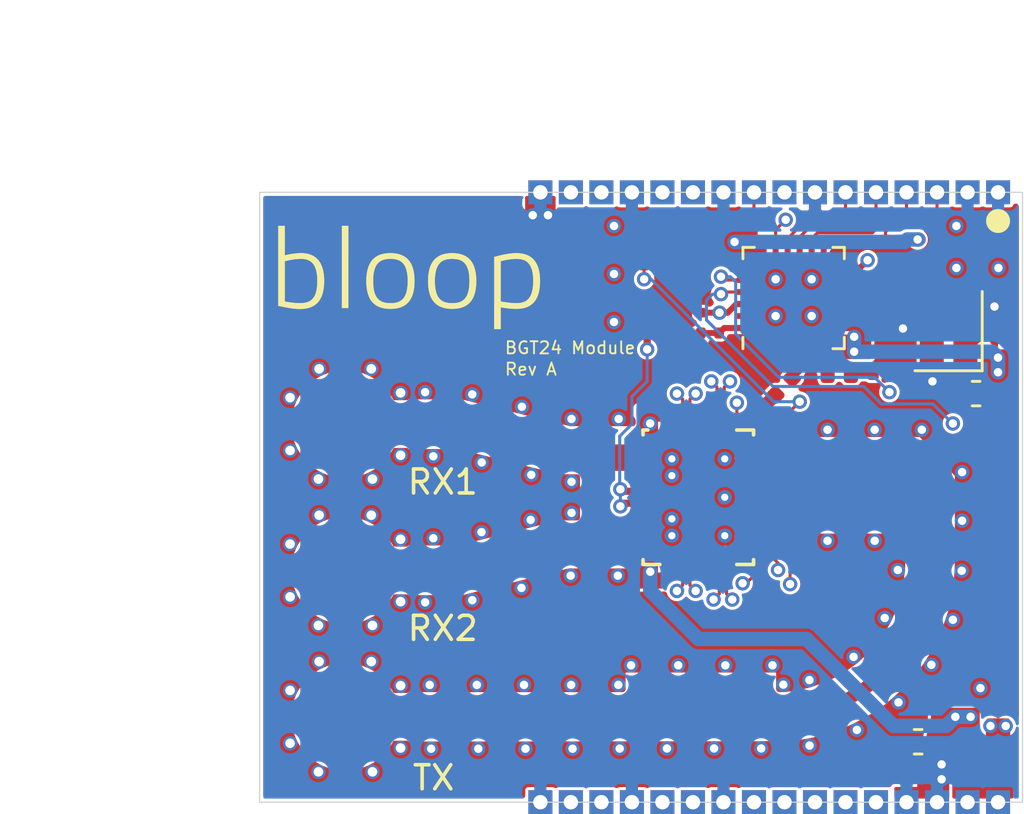
<source format=kicad_pcb>
(kicad_pcb (version 20171130) (host pcbnew 5.1.4-e60b266~84~ubuntu18.04.1)
  (title_block (title "BGT24 Module") (date 2019-11-01) (rev A))
  (layers (0 F.Cu signal) (1 In1.Cu signal) (2 In2.Cu signal) (31 B.Cu power) (34 B.Paste user) (35 F.Paste user) (36 B.SilkS user) (37 F.SilkS user) (38 B.Mask user) (39 F.Mask user) (44 Edge.Cuts user))
  (net 0 "")
  (net 1 GNDRF)
  (net 2 GND)
  (net 3 "Net-(C7-Pad2)")
  (net 4 "Net-(C7-Pad1)")
  (net 5 "Net-(C8-Pad2)")
  (net 6 /40MHZ_CLK_OUT)
  (net 7 "Net-(C10-Pad2)")
  (net 8 /PLL_DIV16)
  (net 9 "Net-(C11-Pad2)")
  (net 10 "Net-(C11-Pad1)")
  (net 11 +3V3_PLL)
  (net 12 "Net-(C16-Pad1)")
  (net 13 +3V3_RF)
  (net 14 /BGT24_ANA)
  (net 15 "Net-(C22-Pad2)")
  (net 16 "Net-(C22-Pad1)")
  (net 17 PWR_IN)
  (net 18 "Net-(FL1-Pad1)")
  (net 19 /SPI_CE_PLL)
  (net 20 "Net-(U2-Pad23)")
  (net 21 /PLL_TRIG2)
  (net 22 /PLL_TRIG1)
  (net 23 /PLL_MUX)
  (net 24 /PLL_LE)
  (net 25 /SPI_MOSI)
  (net 26 /SPI_CLK)
  (net 27 /PLL_MOD)
  (net 28 /IF2_Q-)
  (net 29 /IF2_Q+)
  (net 30 /IF2_I+)
  (net 31 /IF2_I-)
  (net 32 "Net-(U3-Pad16)")
  (net 33 /~SPI_BGT24_CS)
  (net 34 /PLL_DIV_MCU)
  (net 35 /IF1_I-)
  (net 36 /IF1_I+)
  (net 37 /IF1_Q+)
  (net 38 /IF1_Q-)
  (net 39 "Net-(U3-Pad23)")
  (net 40 "Net-(U3-Pad22)")
  (net 41 "Net-(C12-Pad1)")
  (net 42 "Net-(C14-Pad2)")
  (net 43 "Net-(C20-Pad2)")
  (net 44 "Net-(C20-Pad1)")
  (net 45 "Net-(C21-Pad2)")
  (net 46 "Net-(C21-Pad1)")
  (net 47 "Net-(R7-Pad2)")
  (module bloop:BGT24_Module_Castellations (layer B.Cu) (at 166.116 82.2119 180)
    (fp_text reference J1 hide)
    (fp_text value BGT24_Module_Castellations)
    (pad 32 thru_hole rect (at 0 -25.4) (size 1 1) (drill 0.6) (layers *.Cu *.Mask) (net 17 PWR_IN))
    (pad 31 thru_hole rect (at 1.27 -25.4) (size 1 1) (drill 0.6) (layers *.Cu *.Mask) (net 17 PWR_IN))
    (pad 30 thru_hole rect (at 2.54 -25.4) (size 1 1) (drill 0.6) (layers *.Cu *.Mask) (net 2 GND))
    (pad 29 thru_hole rect (at 3.81 -25.4) (size 1 1) (drill 0.6) (layers *.Cu *.Mask) (net 2 GND))
    (pad 28 thru_hole rect (at 5.08 -25.4) (size 1 1) (drill 0.6) (layers *.Cu *.Mask) (net 22 /PLL_TRIG1))
    (pad 27 thru_hole rect (at 6.35 -25.4) (size 1 1) (drill 0.6) (layers *.Cu *.Mask) (net 21 /PLL_TRIG2))
    (pad 26 thru_hole rect (at 7.62 -25.4) (size 1 1) (drill 0.6) (layers *.Cu *.Mask) (net 27 /PLL_MOD))
    (pad 25 thru_hole rect (at 8.89 -25.4) (size 1 1) (drill 0.6) (layers *.Cu *.Mask) (net 23 /PLL_MUX))
    (pad 24 thru_hole rect (at 10.16 -25.4) (size 1 1) (drill 0.6) (layers *.Cu *.Mask) (net 33 /~SPI_BGT24_CS))
    (pad 23 thru_hole rect (at 11.43 -25.4) (size 1 1) (drill 0.6) (layers *.Cu *.Mask) (net 2 GND))
    (pad 22 thru_hole rect (at 12.7 -25.4) (size 1 1) (drill 0.6) (layers *.Cu *.Mask) (net 31 /IF2_I-))
    (pad 21 thru_hole rect (at 13.97 -25.4) (size 1 1) (drill 0.6) (layers *.Cu *.Mask) (net 30 /IF2_I+))
    (pad 20 thru_hole rect (at 15.24 -25.4) (size 1 1) (drill 0.6) (layers *.Cu *.Mask) (net 2 GND))
    (pad 19 thru_hole rect (at 16.51 -25.4) (size 1 1) (drill 0.6) (layers *.Cu *.Mask) (net 29 /IF2_Q+))
    (pad 18 thru_hole rect (at 17.78 -25.4) (size 1 1) (drill 0.6) (layers *.Cu *.Mask) (net 28 /IF2_Q-))
    (pad 17 thru_hole rect (at 19.05 -25.4) (size 1 1) (drill 0.6) (layers *.Cu *.Mask) (net 2 GND))
    (pad 16 thru_hole rect (at 19.05 0 180) (size 1 1) (drill 0.6) (layers *.Cu *.Mask) (net 2 GND))
    (pad 15 thru_hole rect (at 17.78 0 180) (size 1 1) (drill 0.6) (layers *.Cu *.Mask) (net 38 /IF1_Q-))
    (pad 14 thru_hole rect (at 16.51 0 180) (size 1 1) (drill 0.6) (layers *.Cu *.Mask) (net 37 /IF1_Q+))
    (pad 13 thru_hole rect (at 15.24 0 180) (size 1 1) (drill 0.6) (layers *.Cu *.Mask) (net 2 GND))
    (pad 12 thru_hole rect (at 13.97 0 180) (size 1 1) (drill 0.6) (layers *.Cu *.Mask) (net 36 /IF1_I+))
    (pad 11 thru_hole rect (at 12.7 0 180) (size 1 1) (drill 0.6) (layers *.Cu *.Mask) (net 35 /IF1_I-))
    (pad 10 thru_hole rect (at 11.43 0 180) (size 1 1) (drill 0.6) (layers *.Cu *.Mask) (net 2 GND))
    (pad 9 thru_hole rect (at 10.16 0 180) (size 1 1) (drill 0.6) (layers *.Cu *.Mask) (net 14 /BGT24_ANA))
    (pad 8 thru_hole rect (at 8.89 0 180) (size 1 1) (drill 0.6) (layers *.Cu *.Mask) (net 34 /PLL_DIV_MCU))
    (pad 7 thru_hole rect (at 7.62 0 180) (size 1 1) (drill 0.6) (layers *.Cu *.Mask) (net 2 GND))
    (pad 6 thru_hole rect (at 6.35 0 180) (size 1 1) (drill 0.6) (layers *.Cu *.Mask) (net 24 /PLL_LE))
    (pad 5 thru_hole rect (at 5.08 0 180) (size 1 1) (drill 0.6) (layers *.Cu *.Mask) (net 25 /SPI_MOSI))
    (pad 4 thru_hole rect (at 3.81 0 180) (size 1 1) (drill 0.6) (layers *.Cu *.Mask) (net 26 /SPI_CLK))
    (pad 3 thru_hole rect (at 2.54 0 180) (size 1 1) (drill 0.6) (layers *.Cu *.Mask) (net 19 /SPI_CE_PLL))
    (pad 2 thru_hole rect (at 1.27 0 180) (size 1 1) (drill 0.6) (layers *.Cu *.Mask) (net 2 GND))
    (pad 1 thru_hole rect (at 0 0 180) (size 1 1) (drill 0.6) (layers *.Cu *.Mask) (net 2 GND))
  )
  (module Resistor_SMD:R_0201_0603Metric (layer F.Cu) (at 151.7015 85.2599 180)
    (fp_text reference R7 hide)
    (fp_text value 100)
    (pad 2 smd roundrect (at 0.32 0 180) (size 0.46 0.4) (layers F.Cu F.Mask) (net 47 "Net-(R7-Pad2)"))
    (pad 1 smd roundrect (at -0.32 0 180) (size 0.46 0.4) (layers F.Cu F.Mask) (net 14 /BGT24_ANA))
  )
  (module Resistor_SMD:R_0201_0603Metric (layer F.Cu) (at 152.6392 88.0364)
    (fp_text reference R6 hide)
    (fp_text value 820)
    (pad 2 smd roundrect (at 0.32 0) (size 0.46 0.4) (layers F.Cu F.Mask) (net 41 "Net-(C12-Pad1)"))
    (pad 1 smd roundrect (at -0.32 0) (size 0.46 0.4) (layers F.Cu F.Mask) (net 12 "Net-(C16-Pad1)"))
  )
  (module Resistor_SMD:R_0201_0603Metric (layer F.Cu) (at 152.6392 88.7984 180)
    (fp_text reference R5 hide)
    (fp_text value 120)
    (pad 2 smd roundrect (at 0.32 0 180) (size 0.46 0.4) (layers F.Cu F.Mask) (net 1 GNDRF))
    (pad 1 smd roundrect (at -0.32 0 180) (size 0.46 0.4) (layers F.Cu F.Mask) (net 42 "Net-(C14-Pad2)"))
  )
  (module Resistor_SMD:R_0201_0603Metric (layer F.Cu) (at 161.237 89.8265 180)
    (fp_text reference R4 hide)
    (fp_text value 51)
    (pad 2 smd roundrect (at 0.32 0 180) (size 0.46 0.4) (layers F.Cu F.Mask) (net 10 "Net-(C11-Pad1)"))
    (pad 1 smd roundrect (at -0.32 0 180) (size 0.46 0.4) (layers F.Cu F.Mask) (net 1 GNDRF))
  )
  (module Resistor_SMD:R_0201_0603Metric (layer F.Cu) (at 161.7514 84.1756)
    (fp_text reference R3 hide)
    (fp_text value 10k)
    (pad 2 smd roundrect (at 0.32 0) (size 0.46 0.4) (layers F.Cu F.Mask) (net 11 +3V3_PLL))
    (pad 1 smd roundrect (at -0.32 0) (size 0.46 0.4) (layers F.Cu F.Mask) (net 19 /SPI_CE_PLL))
  )
  (module Resistor_SMD:R_0201_0603Metric (layer F.Cu) (at 162.4626 85.852)
    (fp_text reference R2 hide)
    (fp_text value 51)
    (pad 2 smd roundrect (at 0.32 0) (size 0.46 0.4) (layers F.Cu F.Mask) (net 1 GNDRF))
    (pad 1 smd roundrect (at -0.32 0) (size 0.46 0.4) (layers F.Cu F.Mask) (net 4 "Net-(C7-Pad1)"))
  )
  (module Resistor_SMD:R_0201_0603Metric (layer F.Cu) (at 162.1282 86.9696 270)
    (fp_text reference R1 hide)
    (fp_text value 51)
    (pad 2 smd roundrect (at 0.32 0 270) (size 0.46 0.4) (layers F.Cu F.Mask) (net 2 GND))
    (pad 1 smd roundrect (at -0.32 0 270) (size 0.46 0.4) (layers F.Cu F.Mask) (net 6 /40MHZ_CLK_OUT))
  )
  (module bloop:35GHz_LPF (layer F.Cu) (at 153.6391 104.0559 180)
    (fp_text reference FL1 hide)
    (fp_text value LPF_35GHz hide)
    (pad 1 smd custom (at -2.5551 0 180) (size 0.53975 0.5334) (layers F.Cu F.Mask) (net 18 "Net-(FL1-Pad1)") (clearance 0.00001) (options (clearance outline) (anchor rect)) (primitives (gr_poly (pts (xy 5.38005 0.2667) (xy 5.38005 -0.2667) (xy 4.8403 -0.2667) (xy 4.8403 -0.1) (xy 0.2699 -0.1) (xy 0.2699 -0.2667) (xy -0.26985 -0.2667) (xy -0.26985 0.2667) (xy 0.2699 0.2667) (xy 0.2699 0.1) (xy 0.4516 0.1) (xy 0.4516 0.8721) (xy 0.6516 0.8721) (xy 0.6516 0.1) (xy 1.6936 0.1) (xy 1.6936 1.0704) (xy 1.8936 1.0704) (xy 1.8936 0.1) (xy 3.2166 0.1) (xy 3.2166 1.0704) (xy 3.4166 1.0704) (xy 3.4166 0.1) (xy 4.4586 0.1) (xy 4.4586 0.8721) (xy 4.6586 0.8721) (xy 4.6586 0.1) (xy 4.8403 0.1) (xy 4.8403 0.2667) (xy 5.38005 0.2667)) (width 0))))
    (pad 2 smd rect (at 2.5551 0 180) (size 0.53975 0.5334) (layers F.Cu F.Mask) (net 15 "Net-(C22-Pad2)") (clearance 0.00001))
  )
  (module Package_DFN_QFN:VQFN-24-1EP_4x4mm_P0.5mm_EP2.45x2.45mm (layer F.Cu) (at 157.607 86.614 90)
    (fp_text reference U2 hide)
    (fp_text value LMX2491)
    (pad 24 smd roundrect (at -1.25 -1.9875 90) (size 0.25 0.775) (layers F.Cu F.Paste F.Mask) (net 41 "Net-(C12-Pad1)"))
    (pad 23 smd roundrect (at -0.75 -1.9875 90) (size 0.25 0.775) (layers F.Cu F.Paste F.Mask) (net 20 "Net-(U2-Pad23)"))
    (pad 22 smd roundrect (at -0.25 -1.9875 90) (size 0.25 0.775) (layers F.Cu F.Paste F.Mask) (net 11 +3V3_PLL))
    (pad 21 smd roundrect (at 0.25 -1.9875 90) (size 0.25 0.775) (layers F.Cu F.Paste F.Mask) (net 21 /PLL_TRIG2))
    (pad 20 smd roundrect (at 0.75 -1.9875 90) (size 0.25 0.775) (layers F.Cu F.Paste F.Mask) (net 22 /PLL_TRIG1))
    (pad 19 smd roundrect (at 1.25 -1.9875 90) (size 0.25 0.775) (layers F.Cu F.Paste F.Mask) (net 11 +3V3_PLL))
    (pad 18 smd roundrect (at 1.9875 -1.25 90) (size 0.775 0.25) (layers F.Cu F.Paste F.Mask) (net 11 +3V3_PLL))
    (pad 17 smd roundrect (at 1.9875 -0.75 90) (size 0.775 0.25) (layers F.Cu F.Paste F.Mask) (net 23 /PLL_MUX))
    (pad 16 smd roundrect (at 1.9875 -0.25 90) (size 0.775 0.25) (layers F.Cu F.Paste F.Mask) (net 24 /PLL_LE))
    (pad 15 smd roundrect (at 1.9875 0.25 90) (size 0.775 0.25) (layers F.Cu F.Paste F.Mask) (net 25 /SPI_MOSI))
    (pad 14 smd roundrect (at 1.9875 0.75 90) (size 0.775 0.25) (layers F.Cu F.Paste F.Mask) (net 26 /SPI_CLK))
    (pad 13 smd roundrect (at 1.9875 1.25 90) (size 0.775 0.25) (layers F.Cu F.Paste F.Mask) (net 19 /SPI_CE_PLL))
    (pad 12 smd roundrect (at 1.25 1.9875 90) (size 0.25 0.775) (layers F.Cu F.Paste F.Mask) (net 27 /PLL_MOD))
    (pad 11 smd roundrect (at 0.75 1.9875 90) (size 0.25 0.775) (layers F.Cu F.Paste F.Mask) (net 1 GNDRF))
    (pad 10 smd roundrect (at 0.25 1.9875 90) (size 0.25 0.775) (layers F.Cu F.Paste F.Mask) (net 3 "Net-(C7-Pad2)"))
    (pad 9 smd roundrect (at -0.25 1.9875 90) (size 0.25 0.775) (layers F.Cu F.Paste F.Mask) (net 5 "Net-(C8-Pad2)"))
    (pad 8 smd roundrect (at -0.75 1.9875 90) (size 0.25 0.775) (layers F.Cu F.Paste F.Mask) (net 11 +3V3_PLL))
    (pad 7 smd roundrect (at -1.25 1.9875 90) (size 0.25 0.775) (layers F.Cu F.Paste F.Mask) (net 11 +3V3_PLL))
    (pad 6 smd roundrect (at -1.9875 1.25 90) (size 0.775 0.25) (layers F.Cu F.Paste F.Mask) (net 11 +3V3_PLL))
    (pad 5 smd roundrect (at -1.9875 0.75 90) (size 0.775 0.25) (layers F.Cu F.Paste F.Mask) (net 9 "Net-(C11-Pad2)"))
    (pad 4 smd roundrect (at -1.9875 0.25 90) (size 0.775 0.25) (layers F.Cu F.Paste F.Mask) (net 7 "Net-(C10-Pad2)"))
    (pad 3 smd roundrect (at -1.9875 -0.25 90) (size 0.775 0.25) (layers F.Cu F.Paste F.Mask) (net 1 GNDRF))
    (pad 2 smd roundrect (at -1.9875 -0.75 90) (size 0.775 0.25) (layers F.Cu F.Paste F.Mask) (net 1 GNDRF))
    (pad 1 smd roundrect (at -1.9875 -1.25 90) (size 0.775 0.25) (layers F.Cu F.Paste F.Mask) (net 1 GNDRF))
    (pad 25 smd roundrect (at 0 0 90) (size 2.45 2.45) (layers F.Cu F.Mask) (roundrect_rratio 0.102041) (net 1 GNDRF))
  )
  (module bloop:bloop_logo_text_silkandcopper (layer F.Cu) (at 141.605 85.8949)
    (fp_text reference "" hide)
    (fp_text value "" hide)
  )
  (module Inductor_SMD:L_0402_1005Metric (layer F.Cu) (at 147.574 83.9899)
    (fp_text reference FB2 hide)
    (fp_text value Ferrite_Bead)
    (pad 2 smd roundrect (at 0.485 0) (size 0.59 0.64) (layers F.Cu F.Paste F.Mask) (net 1 GNDRF))
    (pad 1 smd roundrect (at -0.485 0) (size 0.59 0.64) (layers F.Cu F.Paste F.Mask) (net 2 GND))
  )
  (module Capacitor_SMD:C_0201_0603Metric (layer F.Cu) (at 161.0106 88.9)
    (fp_text reference C6 hide)
    (fp_text value 100n)
    (pad 1 smd roundrect (at -0.32 0) (size 0.46 0.4) (layers F.Cu F.Mask) (net 11 +3V3_PLL))
    (pad 2 smd roundrect (at 0.32 0) (size 0.46 0.4) (layers F.Cu F.Mask) (net 1 GNDRF))
  )
  (module bloop:BGT24MTR12 (layer F.Cu) (at 153.6391 94.9119 270)
    (fp_text reference U3 hide)
    (fp_text value BGT24MTR12)
    (pad 22 smd custom (at 0.4833 -4.9167 270) (size 0.5334 0.5334) (layers F.Cu F.Paste F.Mask) (net 40 "Net-(U3-Pad22)") (options (clearance outline) (anchor rect)) (primitives (gr_poly (pts (xy -0.8833 0.2667) (xy -0.2333 0.2667) (xy -0.2333 -0.2333) (xy 0.2667 -0.2333) (xy 0.2667 1.8667) (xy -0.5833 1.8667) (xy -0.5833 3.2667) (xy -0.8833 3.2667)) (width 0))))
    (pad 23 smd custom (at -1.4833 -4.9167 270) (size 0.5334 0.5334) (layers F.Cu F.Paste F.Mask) (net 39 "Net-(U3-Pad23)") (options (clearance outline) (anchor rect)) (primitives (gr_poly (pts (xy 0.8833 0.2667) (xy 0.2333 0.2667) (xy 0.2333 -0.2333) (xy -0.2667 -0.2333) (xy -0.2667 1.8667) (xy 0.5833 1.8667) (xy 0.5833 3.2667) (xy 0.8833 3.2667)) (width 0))))
    (pad 3 smd custom (at -1.9333 4.9667 270) (size 0.5334 0.5334) (layers F.Cu F.Paste F.Mask) (net 43 "Net-(C20-Pad2)") (options (clearance outline) (anchor rect)) (primitives (gr_poly (pts (xy 0.8333 -0.2667) (xy 0.2333 -0.2667) (xy 0.2333 0.2333) (xy -0.2667 0.2333) (xy -0.2667 -1.9167) (xy 0.5333 -1.9167) (xy 0.5333 -3.3167) (xy 0.8333 -3.3167)) (width 0))))
    (pad 8 smd custom (at 1.9333 4.9667 270) (size 0.5334 0.5334) (layers F.Cu F.Paste F.Mask) (net 45 "Net-(C21-Pad2)") (options (clearance outline) (anchor rect)) (primitives (gr_poly (pts (xy -0.8333 -0.2667) (xy -0.2333 -0.2667) (xy -0.2333 0.2333) (xy 0.2667 0.2333) (xy 0.2667 -1.9167) (xy -0.5333 -1.9167) (xy -0.5333 -3.3167) (xy -0.8333 -3.3167)) (width 0))))
    (pad 33 thru_hole circle (at 0.9 1.1 270) (size 0.6 0.6) (drill 0.3) (layers *.Cu *.Mask) (net 1 GNDRF))
    (pad 33 thru_hole circle (at -0.9 1.1 270) (size 0.6 0.6) (drill 0.3) (layers *.Cu *.Mask) (net 1 GNDRF))
    (pad 33 thru_hole circle (at 0 -1.1 270) (size 0.6 0.6) (drill 0.3) (layers *.Cu *.Mask) (net 1 GNDRF))
    (pad 33 thru_hole circle (at 1.6 1.1 270) (size 0.6 0.6) (drill 0.3) (layers *.Cu *.Mask) (net 1 GNDRF))
    (pad 33 thru_hole circle (at -1.6 1.1 270) (size 0.6 0.6) (drill 0.3) (layers *.Cu *.Mask) (net 1 GNDRF))
    (pad 33 thru_hole circle (at 1.6 -1.1 270) (size 0.6 0.6) (drill 0.3) (layers *.Cu *.Mask) (net 1 GNDRF))
    (pad 33 thru_hole circle (at -1.6 -1.1 270) (size 0.6 0.6) (drill 0.3) (layers *.Cu *.Mask) (net 1 GNDRF))
    (pad 11 smd rect (at 2.575 1.25 270) (size 0.85 0.3) (layers F.Cu F.Paste F.Mask) (net 1 GNDRF))
    (pad 10 smd rect (at 2.25 2.075 270) (size 0.3 0.85) (layers F.Cu F.Paste F.Mask) (net 13 +3V3_RF))
    (pad 9 smd rect (at 1.75 2.075 270) (size 0.3 0.85) (layers F.Cu F.Paste F.Mask) (net 1 GNDRF))
    (pad 7 smd rect (at 0.75 2.075 270) (size 0.3 0.85) (layers F.Cu F.Paste F.Mask) (net 1 GNDRF))
    (pad 6 smd rect (at 0.25 2.075 270) (size 0.3 0.85) (layers F.Cu F.Paste F.Mask) (net 12 "Net-(C16-Pad1)"))
    (pad 5 smd rect (at -0.25 2.075 270) (size 0.3 0.85) (layers F.Cu F.Paste F.Mask) (net 12 "Net-(C16-Pad1)"))
    (pad 4 smd rect (at -0.75 2.075 270) (size 0.3 0.85) (layers F.Cu F.Paste F.Mask) (net 1 GNDRF))
    (pad 2 smd rect (at -1.75 2.075 270) (size 0.3 0.85) (layers F.Cu F.Paste F.Mask) (net 1 GNDRF))
    (pad 1 smd rect (at -2.25 2.075 270) (size 0.3 0.85) (layers F.Cu F.Paste F.Mask) (net 13 +3V3_RF))
    (pad 12 smd rect (at 2.575 0.75 270) (size 0.85 0.3) (layers F.Cu F.Paste F.Mask) (net 28 /IF2_Q-))
    (pad 13 smd rect (at 2.575 0.25 270) (size 0.85 0.3) (layers F.Cu F.Paste F.Mask) (net 29 /IF2_Q+))
    (pad 14 smd rect (at 2.575 -0.25 270) (size 0.85 0.3) (layers F.Cu F.Paste F.Mask) (net 30 /IF2_I+))
    (pad 15 smd rect (at 2.575 -0.75 270) (size 0.85 0.3) (layers F.Cu F.Paste F.Mask) (net 31 /IF2_I-))
    (pad 17 smd rect (at 2.575 -1.25 270) (size 0.85 0.3) (layers F.Cu F.Paste F.Mask) (net 32 "Net-(U3-Pad16)"))
    (pad 16 smd rect (at 2.25 -2.075 270) (size 0.3 0.85) (layers F.Cu F.Paste F.Mask) (net 32 "Net-(U3-Pad16)"))
    (pad 18 smd rect (at 1.75 -2.075 270) (size 0.3 0.85) (layers F.Cu F.Paste F.Mask) (net 33 /~SPI_BGT24_CS))
    (pad 19 smd rect (at 1.25 -2.075 270) (size 0.3 0.85) (layers F.Cu F.Paste F.Mask) (net 26 /SPI_CLK))
    (pad 20 smd rect (at 0.75 -2.075 270) (size 0.3 0.85) (layers F.Cu F.Paste F.Mask) (net 25 /SPI_MOSI))
    (pad 21 smd rect (at 0.25 -2.075 270) (size 0.3 0.85) (layers F.Cu F.Paste F.Mask) (net 1 GNDRF))
    (pad 24 smd rect (at -1.25 -2.075 270) (size 0.3 0.85) (layers F.Cu F.Paste F.Mask) (net 1 GNDRF))
    (pad 25 smd rect (at -1.75 -2.075 270) (size 0.3 0.85) (layers F.Cu F.Paste F.Mask) (net 47 "Net-(R7-Pad2)"))
    (pad 26 smd rect (at -2.25 -2.075 270) (size 0.3 0.85) (layers F.Cu F.Paste F.Mask) (net 8 /PLL_DIV16))
    (pad 27 smd rect (at -2.575 -1.25 270) (size 0.85 0.3) (layers F.Cu F.Paste F.Mask) (net 34 /PLL_DIV_MCU))
    (pad 28 smd rect (at -2.575 -0.75 270) (size 0.85 0.3) (layers F.Cu F.Paste F.Mask) (net 35 /IF1_I-))
    (pad 29 smd rect (at -2.575 -0.25 270) (size 0.85 0.3) (layers F.Cu F.Paste F.Mask) (net 36 /IF1_I+))
    (pad 30 smd rect (at -2.575 0.25 270) (size 0.85 0.3) (layers F.Cu F.Paste F.Mask) (net 37 /IF1_Q+))
    (pad 31 smd rect (at -2.575 0.75 270) (size 0.85 0.3) (layers F.Cu F.Paste F.Mask) (net 38 /IF1_Q-))
    (pad 32 smd rect (at -2.575 1.25 270) (size 0.85 0.3) (layers F.Cu F.Paste F.Mask) (net 1 GNDRF))
    (pad 33 smd rect (at 0 0 270) (size 3.9 2.9) (layers F.Cu F.Paste F.Mask) (net 1 GNDRF))
  )
  (module bloop:85305-0232 (layer F.Cu) (at 138.94816 91.8639 180)
    (fp_text reference J3 hide)
    (fp_text value SMP hide)
    (pad 2 smd custom (at -2.05 -2.16 180) (size 0.6 0.6) (layers F.Cu F.Paste F.Mask) (net 1 GNDRF) (options (clearance outline) (anchor circle)) (primitives (gr_poly (pts (xy 4.648977 4.758977) (xy -0.548976 4.758977) (xy -0.548976 3.159607) (xy 0.038984 3.159607) (xy 0.081345 3.237076) (xy 0.188331 3.412559) (xy 0.311223 3.577702) (xy 0.448525 3.731139) (xy 0.59874 3.871504) (xy 0.760373 3.997431) (xy 0.931925 4.107554) (xy 1.111901 4.200508) (xy 1.160351 4.221891) (xy 1.361877 4.297283) (xy 1.566361 4.353262) (xy 1.772871 4.389783) (xy 1.980472 4.4068) (xy 2.18823 4.404269) (xy 2.395212 4.382145) (xy 2.600484 4.340382) (xy 2.745957 4.298368) (xy 2.936917 4.227688) (xy 3.114419 4.143802) (xy 3.28092 4.045198) (xy 3.438879 3.930362) (xy 3.590751 3.797783) (xy 3.644681 3.745146) (xy 3.786453 3.590371) (xy 3.910538 3.427995) (xy 4.017492 3.256945) (xy 4.107869 3.076146) (xy 4.182222 2.884525) (xy 4.241107 2.681007) (xy 4.274543 2.524857) (xy 4.281769 2.473549) (xy 4.287794 2.40683) (xy 4.292504 2.329251) (xy 4.295785 2.245362) (xy 4.297522 2.159716) (xy 4.297603 2.076863) (xy 4.295911 2.001355) (xy 4.292334 1.937742) (xy 4.289891 1.912564) (xy 4.256002 1.704906) (xy 4.203771 1.50334) (xy 4.133987 1.308931) (xy 4.047441 1.122746) (xy 3.944921 0.94585) (xy 3.827217 0.77931) (xy 3.695119 0.624192) (xy 3.549416 0.481561) (xy 3.390899 0.352484) (xy 3.220356 0.238027) (xy 3.038578 0.139255) (xy 2.944648 0.09648) (xy 2.779407 0.032127) (xy 2.618757 -0.016984) (xy 2.457764 -0.051851) (xy 2.291493 -0.073473) (xy 2.115009 -0.082846) (xy 2.054998 -0.083422) (xy 1.950764 -0.08226) (xy 1.860325 -0.078337) (xy 1.777592 -0.070995) (xy 1.69648 -0.059577) (xy 1.610901 -0.043426) (xy 1.540201 -0.027828) (xy 1.408086 0.00843) (xy 1.268743 0.057081) (xy 1.128197 0.115546) (xy 0.992469 0.181245) (xy 0.867582 0.2516) (xy 0.825482 0.278194) (xy 0.660353 0.397714) (xy 0.505219 0.53339) (xy 0.362088 0.683052) (xy 0.232965 0.84453) (xy 0.119858 1.015655) (xy 0.081404 1.082924) (xy 0.038984 1.160394) (xy -0.548976 1.160394) (xy -0.548976 -0.438976) (xy 4.648977 -0.438976) (xy 4.648977 4.758977)) (width 0.01))))
    (pad 2 thru_hole circle (at -2.3 1.3 180) (size 0.6 0.6) (drill 0.4) (layers *.Cu *.Mask) (net 1 GNDRF))
    (pad 2 thru_hole circle (at -1.08 2.3 180) (size 0.6 0.6) (drill 0.4) (layers *.Cu *.Mask) (net 1 GNDRF))
    (pad 2 thru_hole circle (at 1.09 2.3 180) (size 0.6 0.6) (drill 0.4) (layers *.Cu *.Mask) (net 1 GNDRF))
    (pad 2 thru_hole circle (at 2.3 1.1 180) (size 0.6 0.6) (drill 0.4) (layers *.Cu *.Mask) (net 1 GNDRF))
    (pad 2 thru_hole circle (at 2.3 -1.1 180) (size 0.6 0.6) (drill 0.4) (layers *.Cu *.Mask) (net 1 GNDRF))
    (pad 2 thru_hole circle (at 1.12 -2.29 180) (size 0.6 0.6) (drill 0.4) (layers *.Cu *.Mask) (net 1 GNDRF))
    (pad 2 thru_hole circle (at -1.13 -2.29 180) (size 0.6 0.6) (drill 0.4) (layers *.Cu *.Mask) (net 1 GNDRF))
    (pad 2 thru_hole circle (at -2.3 -1.3 180) (size 0.6 0.6) (drill 0.4) (layers *.Cu *.Mask) (net 1 GNDRF))
    (pad 1 smd rect (at -3.4 0 180) (size 2 0.5334) (layers F.Cu F.Paste) (net 44 "Net-(C20-Pad1)"))
  )
  (module bloop:85305-0232 (layer F.Cu) (at 138.94816 97.9599 180)
    (fp_text reference J4 hide)
    (fp_text value SMP hide)
    (pad 2 smd custom (at -2.05 -2.16 180) (size 0.6 0.6) (layers F.Cu F.Paste F.Mask) (net 1 GNDRF) (options (clearance outline) (anchor circle)) (primitives (gr_poly (pts (xy 4.648977 4.758977) (xy -0.548976 4.758977) (xy -0.548976 3.159607) (xy 0.038984 3.159607) (xy 0.081345 3.237076) (xy 0.188331 3.412559) (xy 0.311223 3.577702) (xy 0.448525 3.731139) (xy 0.59874 3.871504) (xy 0.760373 3.997431) (xy 0.931925 4.107554) (xy 1.111901 4.200508) (xy 1.160351 4.221891) (xy 1.361877 4.297283) (xy 1.566361 4.353262) (xy 1.772871 4.389783) (xy 1.980472 4.4068) (xy 2.18823 4.404269) (xy 2.395212 4.382145) (xy 2.600484 4.340382) (xy 2.745957 4.298368) (xy 2.936917 4.227688) (xy 3.114419 4.143802) (xy 3.28092 4.045198) (xy 3.438879 3.930362) (xy 3.590751 3.797783) (xy 3.644681 3.745146) (xy 3.786453 3.590371) (xy 3.910538 3.427995) (xy 4.017492 3.256945) (xy 4.107869 3.076146) (xy 4.182222 2.884525) (xy 4.241107 2.681007) (xy 4.274543 2.524857) (xy 4.281769 2.473549) (xy 4.287794 2.40683) (xy 4.292504 2.329251) (xy 4.295785 2.245362) (xy 4.297522 2.159716) (xy 4.297603 2.076863) (xy 4.295911 2.001355) (xy 4.292334 1.937742) (xy 4.289891 1.912564) (xy 4.256002 1.704906) (xy 4.203771 1.50334) (xy 4.133987 1.308931) (xy 4.047441 1.122746) (xy 3.944921 0.94585) (xy 3.827217 0.77931) (xy 3.695119 0.624192) (xy 3.549416 0.481561) (xy 3.390899 0.352484) (xy 3.220356 0.238027) (xy 3.038578 0.139255) (xy 2.944648 0.09648) (xy 2.779407 0.032127) (xy 2.618757 -0.016984) (xy 2.457764 -0.051851) (xy 2.291493 -0.073473) (xy 2.115009 -0.082846) (xy 2.054998 -0.083422) (xy 1.950764 -0.08226) (xy 1.860325 -0.078337) (xy 1.777592 -0.070995) (xy 1.69648 -0.059577) (xy 1.610901 -0.043426) (xy 1.540201 -0.027828) (xy 1.408086 0.00843) (xy 1.268743 0.057081) (xy 1.128197 0.115546) (xy 0.992469 0.181245) (xy 0.867582 0.2516) (xy 0.825482 0.278194) (xy 0.660353 0.397714) (xy 0.505219 0.53339) (xy 0.362088 0.683052) (xy 0.232965 0.84453) (xy 0.119858 1.015655) (xy 0.081404 1.082924) (xy 0.038984 1.160394) (xy -0.548976 1.160394) (xy -0.548976 -0.438976) (xy 4.648977 -0.438976) (xy 4.648977 4.758977)) (width 0.01))))
    (pad 2 thru_hole circle (at -2.3 1.3 180) (size 0.6 0.6) (drill 0.4) (layers *.Cu *.Mask) (net 1 GNDRF))
    (pad 2 thru_hole circle (at -1.08 2.3 180) (size 0.6 0.6) (drill 0.4) (layers *.Cu *.Mask) (net 1 GNDRF))
    (pad 2 thru_hole circle (at 1.09 2.3 180) (size 0.6 0.6) (drill 0.4) (layers *.Cu *.Mask) (net 1 GNDRF))
    (pad 2 thru_hole circle (at 2.3 1.1 180) (size 0.6 0.6) (drill 0.4) (layers *.Cu *.Mask) (net 1 GNDRF))
    (pad 2 thru_hole circle (at 2.3 -1.1 180) (size 0.6 0.6) (drill 0.4) (layers *.Cu *.Mask) (net 1 GNDRF))
    (pad 2 thru_hole circle (at 1.12 -2.29 180) (size 0.6 0.6) (drill 0.4) (layers *.Cu *.Mask) (net 1 GNDRF))
    (pad 2 thru_hole circle (at -1.13 -2.29 180) (size 0.6 0.6) (drill 0.4) (layers *.Cu *.Mask) (net 1 GNDRF))
    (pad 2 thru_hole circle (at -2.3 -1.3 180) (size 0.6 0.6) (drill 0.4) (layers *.Cu *.Mask) (net 1 GNDRF))
    (pad 1 smd rect (at -3.4 0 180) (size 2 0.5334) (layers F.Cu F.Paste) (net 46 "Net-(C21-Pad1)"))
  )
  (module bloop:85305-0232 (layer F.Cu) (at 138.94816 104.0559 180)
    (fp_text reference J2 hide)
    (fp_text value SMP hide)
    (pad 2 smd custom (at -2.05 -2.16 180) (size 0.6 0.6) (layers F.Cu F.Paste F.Mask) (net 1 GNDRF) (options (clearance outline) (anchor circle)) (primitives (gr_poly (pts (xy 4.648977 4.758977) (xy -0.548976 4.758977) (xy -0.548976 3.159607) (xy 0.038984 3.159607) (xy 0.081345 3.237076) (xy 0.188331 3.412559) (xy 0.311223 3.577702) (xy 0.448525 3.731139) (xy 0.59874 3.871504) (xy 0.760373 3.997431) (xy 0.931925 4.107554) (xy 1.111901 4.200508) (xy 1.160351 4.221891) (xy 1.361877 4.297283) (xy 1.566361 4.353262) (xy 1.772871 4.389783) (xy 1.980472 4.4068) (xy 2.18823 4.404269) (xy 2.395212 4.382145) (xy 2.600484 4.340382) (xy 2.745957 4.298368) (xy 2.936917 4.227688) (xy 3.114419 4.143802) (xy 3.28092 4.045198) (xy 3.438879 3.930362) (xy 3.590751 3.797783) (xy 3.644681 3.745146) (xy 3.786453 3.590371) (xy 3.910538 3.427995) (xy 4.017492 3.256945) (xy 4.107869 3.076146) (xy 4.182222 2.884525) (xy 4.241107 2.681007) (xy 4.274543 2.524857) (xy 4.281769 2.473549) (xy 4.287794 2.40683) (xy 4.292504 2.329251) (xy 4.295785 2.245362) (xy 4.297522 2.159716) (xy 4.297603 2.076863) (xy 4.295911 2.001355) (xy 4.292334 1.937742) (xy 4.289891 1.912564) (xy 4.256002 1.704906) (xy 4.203771 1.50334) (xy 4.133987 1.308931) (xy 4.047441 1.122746) (xy 3.944921 0.94585) (xy 3.827217 0.77931) (xy 3.695119 0.624192) (xy 3.549416 0.481561) (xy 3.390899 0.352484) (xy 3.220356 0.238027) (xy 3.038578 0.139255) (xy 2.944648 0.09648) (xy 2.779407 0.032127) (xy 2.618757 -0.016984) (xy 2.457764 -0.051851) (xy 2.291493 -0.073473) (xy 2.115009 -0.082846) (xy 2.054998 -0.083422) (xy 1.950764 -0.08226) (xy 1.860325 -0.078337) (xy 1.777592 -0.070995) (xy 1.69648 -0.059577) (xy 1.610901 -0.043426) (xy 1.540201 -0.027828) (xy 1.408086 0.00843) (xy 1.268743 0.057081) (xy 1.128197 0.115546) (xy 0.992469 0.181245) (xy 0.867582 0.2516) (xy 0.825482 0.278194) (xy 0.660353 0.397714) (xy 0.505219 0.53339) (xy 0.362088 0.683052) (xy 0.232965 0.84453) (xy 0.119858 1.015655) (xy 0.081404 1.082924) (xy 0.038984 1.160394) (xy -0.548976 1.160394) (xy -0.548976 -0.438976) (xy 4.648977 -0.438976) (xy 4.648977 4.758977)) (width 0.01))))
    (pad 2 thru_hole circle (at -2.3 1.3 180) (size 0.6 0.6) (drill 0.4) (layers *.Cu *.Mask) (net 1 GNDRF))
    (pad 2 thru_hole circle (at -1.08 2.3 180) (size 0.6 0.6) (drill 0.4) (layers *.Cu *.Mask) (net 1 GNDRF))
    (pad 2 thru_hole circle (at 1.09 2.3 180) (size 0.6 0.6) (drill 0.4) (layers *.Cu *.Mask) (net 1 GNDRF))
    (pad 2 thru_hole circle (at 2.3 1.1 180) (size 0.6 0.6) (drill 0.4) (layers *.Cu *.Mask) (net 1 GNDRF))
    (pad 2 thru_hole circle (at 2.3 -1.1 180) (size 0.6 0.6) (drill 0.4) (layers *.Cu *.Mask) (net 1 GNDRF))
    (pad 2 thru_hole circle (at 1.12 -2.29 180) (size 0.6 0.6) (drill 0.4) (layers *.Cu *.Mask) (net 1 GNDRF))
    (pad 2 thru_hole circle (at -1.13 -2.29 180) (size 0.6 0.6) (drill 0.4) (layers *.Cu *.Mask) (net 1 GNDRF))
    (pad 2 thru_hole circle (at -2.3 -1.3 180) (size 0.6 0.6) (drill 0.4) (layers *.Cu *.Mask) (net 1 GNDRF))
    (pad 1 smd rect (at -3.4 0 180) (size 2 0.5334) (layers F.Cu F.Paste) (net 16 "Net-(C22-Pad1)"))
  )
  (module bloop:Wilk_AWR_Mod (layer F.Cu) (at 162.8484 94.4046 180)
    (fp_text reference WLK1 hide)
    (fp_text value WILK_24_GHZ hide)
    (fp_poly (pts (xy 0.86487 -0.572983) (xy 1.872191 -0.572983) (xy 2.05761 -0.387564) (xy 2.139061 -0.306113) (xy 2.142294 -0.3048) (xy 2.25742 -0.3048) (xy 2.79082 -0.3048) (xy 2.79082 -0.841375) (xy 3.50202 -0.841375) (xy 3.50202 -1.374775) (xy 2.96862 -1.374775) (xy 2.25742 -0.663575) (xy 2.25742 -0.587375) (xy 2.072002 -0.772794) (xy 1.990595 -0.854201) (xy 1.98738 -0.855558) (xy 1.872191 -0.855558) (xy 0.913765 -0.855558) (xy 0.582295 -0.524088) (xy 0.582295 -0.315595) (xy 0.582295 -0.2667) (xy 0.5334 -0.2667) (xy 0 -0.2667) (xy 0 0.2667) (xy 0.5334 0.2667) (xy 0.582295 0.2667) (xy 0.582295 0.315595) (xy 0.582295 0.524088) (xy 0.913765 0.855558) (xy 1.872191 0.855558) (xy 1.98738 0.855558) (xy 1.990595 0.854201) (xy 2.072002 0.772794) (xy 2.25742 0.587375) (xy 2.25742 0.663575) (xy 2.96862 1.374775) (xy 3.50202 1.374775) (xy 3.50202 0.841375) (xy 2.79082 0.841375) (xy 2.79082 0.3048) (xy 2.25742 0.3048) (xy 2.142294 0.3048) (xy 2.139061 0.306113) (xy 2.05761 0.387564) (xy 1.872191 0.572983) (xy 0.86487 0.572983) (xy 0.86487 0.315595) (xy 0.549275 0) (xy 0.86487 -0.315595) (xy 0.86487 -0.572983)) (layer F.Cu) (width 0))
    (pad 1 smd rect (at 0.2667 0 180) (size 0.5334 0.5334) (layers F.Cu) (net 18 "Net-(FL1-Pad1)"))
    (pad 3 smd rect (at 3.23532 1.108075 180) (size 0.5334 0.5334) (layers F.Cu) (net 39 "Net-(U3-Pad23)"))
    (pad 2 smd rect (at 3.23532 -1.108075 180) (size 0.5334 0.5334) (layers F.Cu) (net 40 "Net-(U3-Pad22)"))
  )
  (module "" (layer F.Cu) (at 143.488048 97.959901 90)
    (fp_text reference "" hide)
    (fp_text value "" (at 0 0 90) (layer F.SilkS) (effects (font (size 1.27 1.27))))
    (pad 1 smd custom (at 0 0 90) (size 0.5334 0.188144) (layers F.Cu) (net 46 "Net-(C21-Pad1)") (clearance 0.000001) (options (clearance outline) (anchor rect)) (primitives (gr_poly (pts (xy -0.2667 -0.094072) (xy 0.2667 -0.094072) (xy 0.2667 0.182325) (xy 0.310809 0.359237) (xy -0.206746 0.488278) (xy -0.231851 0.387589) (xy -0.2667 0.10377)) (width 0))))
    (pad 1 smd rect (at 0 0 90) (size 0.5334 0.188144) (layers F.Cu) (net 46 "Net-(C21-Pad1)") (clearance 0.000001))
    (pad 1 smd rect (at 0.05203 0.423756 14) (size 0.188144 0.5334) (layers F.Cu) (net 46 "Net-(C21-Pad1)") (clearance 0.000001))
  )
  (module "" (layer F.Cu) (at 148.390102 96.845196 270)
    (fp_text reference "" hide)
    (fp_text value "" (at 0 0 90) (layer F.SilkS) (effects (font (size 1.27 1.27))))
    (pad 1 smd rect (at 0.05203 0.423756 194) (size 0.188144 0.5334) (layers F.Cu) (net 45 "Net-(C21-Pad2)") (clearance 0.000001))
    (pad 1 smd rect (at 0 0 270) (size 0.5334 0.188144) (layers F.Cu) (net 45 "Net-(C21-Pad2)") (clearance 0.000001))
    (pad 1 smd custom (at 0 0 270) (size 0.5334 0.188144) (layers F.Cu) (net 45 "Net-(C21-Pad2)") (clearance 0.000001) (options (clearance outline) (anchor rect)) (primitives (gr_poly (pts (xy -0.2667 -0.094072) (xy 0.2667 -0.094072) (xy 0.2667 0.182325) (xy 0.310809 0.359237) (xy -0.206746 0.488278) (xy -0.231851 0.387589) (xy -0.2667 0.10377)) (width 0))))
  )
  (module "" (layer F.Cu) (at 143.911395 91.91592 256)
    (fp_text reference "" hide)
    (fp_text value "" (at 0 0 76) (layer F.SilkS) (effects (font (size 1.27 1.27))))
    (pad 1 smd rect (at 0.05203 0.423756 180) (size 0.188144 0.5334) (layers F.Cu) (net 44 "Net-(C20-Pad1)") (clearance 0.000001))
    (pad 1 smd rect (at 0 0 256) (size 0.5334 0.188144) (layers F.Cu) (net 44 "Net-(C20-Pad1)") (clearance 0.000001))
    (pad 1 smd custom (at 0 0 256) (size 0.5334 0.188144) (layers F.Cu) (net 44 "Net-(C20-Pad1)") (clearance 0.000001) (options (clearance outline) (anchor rect)) (primitives (gr_poly (pts (xy -0.2667 -0.094072) (xy 0.2667 -0.094072) (xy 0.2667 0.182325) (xy 0.310809 0.359237) (xy -0.206746 0.488278) (xy -0.231851 0.387589) (xy -0.2667 0.10377)) (width 0))))
  )
  (module "" (layer F.Cu) (at 147.97024 92.92656 76)
    (fp_text reference "" hide)
    (fp_text value "" (at 0 0 76) (layer F.SilkS) (effects (font (size 1.27 1.27))))
    (pad 1 smd rect (at 0.05203 0.423756) (size 0.188144 0.5334) (layers F.Cu) (net 43 "Net-(C20-Pad2)") (clearance 0.000001))
    (pad 1 smd rect (at 0 0 76) (size 0.5334 0.188144) (layers F.Cu) (net 43 "Net-(C20-Pad2)") (clearance 0.000001))
    (pad 1 smd custom (at 0 0 76) (size 0.5334 0.188144) (layers F.Cu) (net 43 "Net-(C20-Pad2)") (clearance 0.000001) (options (clearance outline) (anchor rect)) (primitives (gr_poly (pts (xy -0.2667 -0.094072) (xy 0.2667 -0.094072) (xy 0.2667 0.182325) (xy 0.310809 0.359237) (xy -0.206746 0.488278) (xy -0.231851 0.387589) (xy -0.2667 0.10377)) (width 0))))
  )
  (module "" (layer F.Cu) (at 163.290152 94.846352 180)
    (fp_text reference "" hide)
    (fp_text value "" (at 0 0) (layer F.SilkS) (effects (font (size 1.27 1.27))))
    (pad 1 smd custom (at 0 0 180) (size 0.5334 0.202691) (layers F.Cu) (net 18 "Net-(FL1-Pad1)") (clearance 0.000001) (options (clearance outline) (anchor rect)) (primitives (gr_poly (pts (xy -0.2667 -0.101345) (xy 0.2667 -0.101345) (xy 0.2667 0.175052) (xy 0.441754 0.175052) (xy 0.441754 0.708452) (xy 0.330708 0.708452) (xy -0.2667 0.111043)) (width 0))))
    (pad 1 smd rect (at 0 0 180) (size 0.5334 0.202691) (layers F.Cu) (net 18 "Net-(FL1-Pad1)") (clearance 0.000001))
    (pad 1 smd rect (at 0.441752 0.441752 180) (size 0.202691 0.5334) (layers F.Cu) (net 18 "Net-(FL1-Pad1)") (clearance 0.000001))
  )
  (module bloop:DC_Block (layer F.Cu) (at 145.96618 104.0559 270)
    (fp_text reference C22 hide)
    (fp_text value "DC BLK" hide)
    (pad 2 smd custom (at 0 -3.5025 270) (size 0.5334 0.5334) (layers F.Cu F.Mask) (net 15 "Net-(C22-Pad2)") (clearance 0.00001) (options (clearance outline) (anchor rect)) (primitives (gr_poly (pts (xy 0.2667 0.0073) (xy 0.2667 -0.266652) (xy -0.2667 -0.266652) (xy -0.2667 0.0073) (xy -0.482603 0.0073) (xy -0.482603 0.515303) (xy 0.0635 0.515303) (xy 0.0635 2.598105) (xy 0.1905 2.598105) (xy 0.1905 0.515303) (xy 0.4826 0.515303) (xy 0.4826 0.0073) (xy 0.2667 0.0073)) (width 0.001))))
    (pad 1 smd custom (at 0 -0.2667 270) (size 0.5334 0.5334) (layers F.Cu F.Mask) (net 16 "Net-(C22-Pad1)") (clearance 0.00001) (options (clearance outline) (anchor rect)) (primitives (gr_poly (pts (xy -0.2667 -0.002692) (xy -0.2667 0.2667) (xy 0.2667 0.2667) (xy 0.2667 -0.002692) (xy 0.4826 -0.002692) (xy 0.4826 -0.510695) (xy -0.0635 -0.510695) (xy -0.0635 -2.593497) (xy -0.1905 -2.593497) (xy -0.1905 -0.510695) (xy -0.482603 -0.510695) (xy -0.482603 -0.002692) (xy -0.2667 -0.002692)) (width 0.001))))
  )
  (module bloop:DC_Block (layer F.Cu) (at 144.373659 97.793502 284)
    (fp_text reference C21 hide)
    (fp_text value "DC BLK" hide)
    (pad 2 smd custom (at 0 -3.5025 284) (size 0.5334 0.5334) (layers F.Cu F.Mask) (net 45 "Net-(C21-Pad2)") (clearance 0.00001) (options (clearance outline) (anchor rect)) (primitives (gr_poly (pts (xy 0.2667 0.0073) (xy 0.2667 -0.266652) (xy -0.2667 -0.266652) (xy -0.2667 0.0073) (xy -0.482603 0.0073) (xy -0.482603 0.515303) (xy 0.0635 0.515303) (xy 0.0635 2.598105) (xy 0.1905 2.598105) (xy 0.1905 0.515303) (xy 0.4826 0.515303) (xy 0.4826 0.0073) (xy 0.2667 0.0073)) (width 0.001))))
    (pad 1 smd custom (at 0 -0.2667 284) (size 0.5334 0.5334) (layers F.Cu F.Mask) (net 46 "Net-(C21-Pad1)") (clearance 0.00001) (options (clearance outline) (anchor rect)) (primitives (gr_poly (pts (xy -0.2667 -0.002692) (xy -0.2667 0.2667) (xy 0.2667 0.2667) (xy 0.2667 -0.002692) (xy 0.4826 -0.002692) (xy 0.4826 -0.510695) (xy -0.0635 -0.510695) (xy -0.0635 -2.593497) (xy -0.1905 -2.593497) (xy -0.1905 -0.510695) (xy -0.482603 -0.510695) (xy -0.482603 -0.002692) (xy -0.2667 -0.002692)) (width 0.001))))
  )
  (module Capacitor_SMD:C_0402_1005Metric (layer F.Cu) (at 159.506695 89.833771 180)
    (fp_text reference C11 hide)
    (fp_text value 10p)
    (pad 2 smd roundrect (at 0.485 0 180) (size 0.59 0.64) (layers F.Cu F.Paste F.Mask) (net 9 "Net-(C11-Pad2)"))
    (pad 1 smd roundrect (at -0.485 0 180) (size 0.59 0.64) (layers F.Cu F.Paste F.Mask) (net 10 "Net-(C11-Pad1)"))
  )
  (module Capacitor_SMD:C_0201_0603Metric (layer F.Cu) (at 153.416 87.2236 180)
    (fp_text reference C4 hide)
    (fp_text value 100n)
    (pad 1 smd roundrect (at -0.32 0 180) (size 0.46 0.4) (layers F.Cu F.Mask) (net 11 +3V3_PLL))
    (pad 2 smd roundrect (at 0.32 0 180) (size 0.46 0.4) (layers F.Cu F.Mask) (net 1 GNDRF))
  )
  (module Capacitor_SMD:C_0201_0603Metric (layer F.Cu) (at 154.5082 88.392 270)
    (fp_text reference C12 hide)
    (fp_text value 2.2n)
    (pad 1 smd roundrect (at -0.32 0 270) (size 0.46 0.4) (layers F.Cu F.Mask) (net 41 "Net-(C12-Pad1)"))
    (pad 2 smd roundrect (at 0.32 0 270) (size 0.46 0.4) (layers F.Cu F.Mask) (net 1 GNDRF))
  )
  (module Capacitor_SMD:C_0201_0603Metric (layer F.Cu) (at 151.511 87.6808 90)
    (fp_text reference C16 hide)
    (fp_text value ~)
    (pad 1 smd roundrect (at -0.32 0 90) (size 0.46 0.4) (layers F.Cu F.Mask) (net 12 "Net-(C16-Pad1)"))
    (pad 2 smd roundrect (at 0.32 0 90) (size 0.46 0.4) (layers F.Cu F.Mask) (net 1 GNDRF))
  )
  (module bloop:Crystal_SMD_2520-4Pin_2.5x2.0mm (layer F.Cu) (at 164.05614 87.99334 90)
    (fp_text reference U1 hide)
    (fp_text value ECS-2520S33-400)
    (pad 4 smd rect (at -0.875 -0.7 90) (size 1.15 1) (layers F.Cu F.Paste F.Mask) (net 11 +3V3_PLL))
    (pad 3 smd rect (at 0.875 -0.7 90) (size 1.15 1) (layers F.Cu F.Paste F.Mask) (net 6 /40MHZ_CLK_OUT))
    (pad 2 smd rect (at 0.875 0.7 90) (size 1.15 1) (layers F.Cu F.Paste F.Mask) (net 2 GND))
    (pad 1 smd rect (at -0.875 0.7 90) (size 1.15 1) (layers F.Cu F.Paste F.Mask) (net 11 +3V3_PLL))
  )
  (module Capacitor_SMD:C_0201_0603Metric (layer F.Cu) (at 151.7015 84.4979 180)
    (fp_text reference C13 hide)
    (fp_text value 1n)
    (pad 1 smd roundrect (at -0.32 0 180) (size 0.46 0.4) (layers F.Cu F.Mask) (net 14 /BGT24_ANA))
    (pad 2 smd roundrect (at 0.32 0 180) (size 0.46 0.4) (layers F.Cu F.Mask) (net 1 GNDRF))
  )
  (module Capacitor_SMD:C_0201_0603Metric (layer F.Cu) (at 153.7462 88.392 270)
    (fp_text reference C14 hide)
    (fp_text value 33n)
    (pad 1 smd roundrect (at -0.32 0 270) (size 0.46 0.4) (layers F.Cu F.Mask) (net 41 "Net-(C12-Pad1)"))
    (pad 2 smd roundrect (at 0.32 0 270) (size 0.46 0.4) (layers F.Cu F.Mask) (net 42 "Net-(C14-Pad2)"))
  )
  (module Capacitor_SMD:C_0201_0603Metric (layer F.Cu) (at 154.2288 85.0646 180)
    (fp_text reference C2 hide)
    (fp_text value 100n)
    (pad 1 smd roundrect (at -0.32 0 180) (size 0.46 0.4) (layers F.Cu F.Mask) (net 11 +3V3_PLL))
    (pad 2 smd roundrect (at 0.32 0 180) (size 0.46 0.4) (layers F.Cu F.Mask) (net 1 GNDRF))
  )
  (module Capacitor_SMD:C_0201_0603Metric (layer F.Cu) (at 161.0106 87.37318)
    (fp_text reference C9 hide)
    (fp_text value 100n)
    (pad 1 smd roundrect (at -0.32 0) (size 0.46 0.4) (layers F.Cu F.Mask) (net 11 +3V3_PLL))
    (pad 2 smd roundrect (at 0.32 0) (size 0.46 0.4) (layers F.Cu F.Mask) (net 1 GNDRF))
  )
  (module Capacitor_SMD:C_0402_1005Metric (layer F.Cu) (at 157.2 90.3 45)
    (fp_text reference C10 hide)
    (fp_text value 10p)
    (pad 2 smd roundrect (at 0.485 0 45) (size 0.59 0.64) (layers F.Cu F.Paste F.Mask) (net 7 "Net-(C10-Pad2)"))
    (pad 1 smd roundrect (at -0.485 0 45) (size 0.59 0.64) (layers F.Cu F.Paste F.Mask) (net 8 /PLL_DIV16))
  )
  (module Capacitor_SMD:C_0201_0603Metric (layer F.Cu) (at 161 85.852 180)
    (fp_text reference C7 hide)
    (fp_text value 100n)
    (pad 1 smd roundrect (at -0.32 0 180) (size 0.46 0.4) (layers F.Cu F.Mask) (net 4 "Net-(C7-Pad1)"))
    (pad 2 smd roundrect (at 0.32 0 180) (size 0.46 0.4) (layers F.Cu F.Mask) (net 3 "Net-(C7-Pad2)"))
  )
  (module Capacitor_SMD:C_0201_0603Metric (layer F.Cu) (at 161.0106 88.141749)
    (fp_text reference C1 hide)
    (fp_text value 100n)
    (pad 1 smd roundrect (at -0.32 0) (size 0.46 0.4) (layers F.Cu F.Mask) (net 11 +3V3_PLL))
    (pad 2 smd roundrect (at 0.32 0) (size 0.46 0.4) (layers F.Cu F.Mask) (net 1 GNDRF))
  )
  (module Capacitor_SMD:C_0201_0603Metric (layer F.Cu) (at 165.98654 87.99334 90)
    (fp_text reference C5 hide)
    (fp_text value 100n)
    (pad 1 smd roundrect (at -0.32 0 90) (size 0.46 0.4) (layers F.Cu F.Mask) (net 11 +3V3_PLL))
    (pad 2 smd roundrect (at 0.32 0 90) (size 0.46 0.4) (layers F.Cu F.Mask) (net 2 GND))
  )
  (module Capacitor_SMD:C_0201_0603Metric (layer F.Cu) (at 154.2288 84.3026 180)
    (fp_text reference C3 hide)
    (fp_text value 100n)
    (pad 1 smd roundrect (at -0.32 0 180) (size 0.46 0.4) (layers F.Cu F.Mask) (net 11 +3V3_PLL))
    (pad 2 smd roundrect (at 0.32 0 180) (size 0.46 0.4) (layers F.Cu F.Mask) (net 1 GNDRF))
  )
  (module Capacitor_SMD:C_0201_0603Metric (layer F.Cu) (at 161.0106 86.61646 180)
    (fp_text reference C8 hide)
    (fp_text value 100n)
    (pad 1 smd roundrect (at -0.32 0 180) (size 0.46 0.4) (layers F.Cu F.Mask) (net 6 /40MHZ_CLK_OUT))
    (pad 2 smd roundrect (at 0.32 0 180) (size 0.46 0.4) (layers F.Cu F.Mask) (net 5 "Net-(C8-Pad2)"))
  )
  (module Capacitor_SMD:C_0201_0603Metric (layer F.Cu) (at 151.2611 91.0169 90)
    (fp_text reference C17 hide)
    (fp_text value 10n)
    (pad 1 smd roundrect (at -0.32 0 90) (size 0.46 0.4) (layers F.Cu F.Mask) (net 13 +3V3_RF))
    (pad 2 smd roundrect (at 0.32 0 90) (size 0.46 0.4) (layers F.Cu F.Mask) (net 1 GNDRF))
  )
  (module Capacitor_SMD:C_0201_0603Metric (layer F.Cu) (at 152.0209 98.8059 270)
    (fp_text reference C15 hide)
    (fp_text value 100n)
    (pad 1 smd roundrect (at -0.32 0 270) (size 0.46 0.4) (layers F.Cu F.Mask) (net 13 +3V3_RF))
    (pad 2 smd roundrect (at 0.32 0 270) (size 0.46 0.4) (layers F.Cu F.Mask) (net 1 GNDRF))
  )
  (module Capacitor_SMD:C_0201_0603Metric (layer F.Cu) (at 163.256 103.9289 180)
    (fp_text reference C26 hide)
    (fp_text value 10n)
    (pad 2 smd roundrect (at 0.32 0 180) (size 0.46 0.4) (layers F.Cu F.Mask) (net 1 GNDRF))
    (pad 1 smd roundrect (at -0.32 0 180) (size 0.46 0.4) (layers F.Cu F.Mask) (net 13 +3V3_RF))
  )
  (module Capacitor_SMD:C_0201_0603Metric (layer F.Cu) (at 152.0231 91.0169 90)
    (fp_text reference C19 hide)
    (fp_text value 1n)
    (pad 1 smd roundrect (at -0.32 0 90) (size 0.46 0.4) (layers F.Cu F.Mask) (net 13 +3V3_RF))
    (pad 2 smd roundrect (at 0.32 0 90) (size 0.46 0.4) (layers F.Cu F.Mask) (net 1 GNDRF))
  )
  (module Capacitor_SMD:C_0201_0603Metric (layer F.Cu) (at 151.2589 98.8059 270)
    (fp_text reference C18 hide)
    (fp_text value 1n)
    (pad 1 smd roundrect (at -0.32 0 270) (size 0.46 0.4) (layers F.Cu F.Mask) (net 13 +3V3_RF))
    (pad 2 smd roundrect (at 0.32 0 270) (size 0.46 0.4) (layers F.Cu F.Mask) (net 1 GNDRF))
  )
  (module Capacitor_SMD:C_0201_0603Metric (layer F.Cu) (at 165.669 91.7369 180)
    (fp_text reference C25 hide)
    (fp_text value 10n)
    (pad 2 smd roundrect (at 0.32 0 180) (size 0.46 0.4) (layers F.Cu F.Mask) (net 2 GND))
    (pad 1 smd roundrect (at -0.32 0 180) (size 0.46 0.4) (layers F.Cu F.Mask) (net 11 +3V3_PLL))
  )
  (module Inductor_SMD:L_0402_1005Metric (layer F.Cu) (at 164.846 105.5799 270)
    (fp_text reference FB4 hide)
    (fp_text value Ferrite_Bead)
    (pad 2 smd roundrect (at 0.485 0 270) (size 0.59 0.64) (layers F.Cu F.Paste F.Mask) (net 17 PWR_IN))
    (pad 1 smd roundrect (at -0.485 0 270) (size 0.59 0.64) (layers F.Cu F.Paste F.Mask) (net 13 +3V3_RF))
  )
  (module Inductor_SMD:L_0402_1005Metric (layer F.Cu) (at 162.486 106.4054 180)
    (fp_text reference FB1 hide)
    (fp_text value Ferrite_Bead)
    (pad 2 smd roundrect (at 0.485 0 180) (size 0.59 0.64) (layers F.Cu F.Paste F.Mask) (net 1 GNDRF))
    (pad 1 smd roundrect (at -0.485 0 180) (size 0.59 0.64) (layers F.Cu F.Paste F.Mask) (net 2 GND))
  )
  (module Inductor_SMD:L_0402_1005Metric (layer F.Cu) (at 166.116 105.5799 90)
    (fp_text reference FB3 hide)
    (fp_text value Ferrite_Bead)
    (pad 2 smd roundrect (at 0.485 0 90) (size 0.59 0.64) (layers F.Cu F.Paste F.Mask) (net 11 +3V3_PLL))
    (pad 1 smd roundrect (at -0.485 0 90) (size 0.59 0.64) (layers F.Cu F.Paste F.Mask) (net 17 PWR_IN))
  )
  (module bloop:DC_Block (layer F.Cu) (at 144.373659 92.030309 256)
    (fp_text reference C20 hide)
    (fp_text value "DC BLK" hide)
    (pad 1 smd custom (at 0 -0.2667 256) (size 0.5334 0.5334) (layers F.Cu F.Mask) (net 44 "Net-(C20-Pad1)") (clearance 0.00001) (options (clearance outline) (anchor rect)) (primitives (gr_poly (pts (xy -0.2667 -0.002692) (xy -0.2667 0.2667) (xy 0.2667 0.2667) (xy 0.2667 -0.002692) (xy 0.4826 -0.002692) (xy 0.4826 -0.510695) (xy -0.0635 -0.510695) (xy -0.0635 -2.593497) (xy -0.1905 -2.593497) (xy -0.1905 -0.510695) (xy -0.482603 -0.510695) (xy -0.482603 -0.002692) (xy -0.2667 -0.002692)) (width 0.001))))
    (pad 2 smd custom (at 0 -3.5025 256) (size 0.5334 0.5334) (layers F.Cu F.Mask) (net 43 "Net-(C20-Pad2)") (clearance 0.00001) (options (clearance outline) (anchor rect)) (primitives (gr_poly (pts (xy 0.2667 0.0073) (xy 0.2667 -0.266652) (xy -0.2667 -0.266652) (xy -0.2667 0.0073) (xy -0.482603 0.0073) (xy -0.482603 0.515303) (xy 0.0635 0.515303) (xy 0.0635 2.598105) (xy 0.1905 2.598105) (xy 0.1905 0.515303) (xy 0.4826 0.515303) (xy 0.4826 0.0073) (xy 0.2667 0.0073)) (width 0.001))))
  )
  (module Capacitor_SMD:C_0603_1608Metric (layer F.Cu) (at 162.7885 105.0949 180)
    (fp_text reference C24 hide)
    (fp_text value 4.7u)
    (pad 2 smd roundrect (at 0.7875 0 180) (size 0.875 0.95) (layers F.Cu F.Paste F.Mask) (net 1 GNDRF))
    (pad 1 smd roundrect (at -0.7875 0 180) (size 0.875 0.95) (layers F.Cu F.Paste F.Mask) (net 13 +3V3_RF))
  )
  (module Capacitor_SMD:C_0603_1608Metric (layer F.Cu) (at 165.2015 90.5939 180)
    (fp_text reference C23 hide)
    (fp_text value 4.7u)
    (pad 2 smd roundrect (at 0.7875 0 180) (size 0.875 0.95) (layers F.Cu F.Paste F.Mask) (net 2 GND))
    (pad 1 smd roundrect (at -0.7875 0 180) (size 0.875 0.95) (layers F.Cu F.Paste F.Mask) (net 11 +3V3_PLL))
  )
  (gr_circle (center 166.116 83.4069) (end 166.116 83.4069) (layer F.SilkS) (width 0.5))
  (gr_text RX2 (at 143.002 100.3729) (layer F.SilkS) (effects (font (size 1 1))))
  (gr_text RX1 (at 143.002 94.2769) (layer F.SilkS) (effects (font (size 1 1))))
  (gr_text TX (at 142.621 106.5959) (layer F.SilkS) (effects (font (size 1 1))))
  (gr_text "Rev A" (at 145.542 89.5779) (layer F.SilkS) (effects (font (size 0.508 0.508) (thickness 0.0762)) (justify left)))
  (gr_text "BGT24 Module" (at 145.542 88.6889) (layer F.SilkS) (effects (font (size 0.508 0.508) (thickness 0.0762)) (justify left)))
  (gr_line (start 135.382 82.2119) (end 135.382 107.6119) (layer Edge.Cuts) (width 0.05))
  (gr_line (start 167.132 82.2119) (end 135.382 82.2119) (layer Edge.Cuts) (width 0.05))
  (gr_line (start 167.132 107.6119) (end 167.132 82.2119) (layer Edge.Cuts) (width 0.05))
  (gr_line (start 135.382 107.6119) (end 167.132 107.6119) (layer Edge.Cuts) (width 0.05))
  (via (at 158.357 85.8319) (size 0.6) (drill 0.35) (layers F.Cu B.Cu) (net 1))
  (via (at 156.857 87.364) (size 0.6) (drill 0.35) (layers F.Cu B.Cu) (net 1))
  (via (at 158.357 87.364) (size 0.6) (drill 0.35) (layers F.Cu B.Cu) (net 1))
  (via (at 156.857 85.8319) (size 0.6) (drill 0.35) (layers F.Cu B.Cu) (net 1))
  (via (at 146.297051 91.141304) (size 0.6) (drill 0.35) (layers F.Cu B.Cu) (net 1))
  (via (at 148.362418 91.6499) (size 0.6) (drill 0.35) (layers F.Cu B.Cu) (net 1))
  (via (at 144.231379 90.626325) (size 0.6) (drill 0.35) (layers F.Cu B.Cu) (net 1))
  (via (at 144.623303 93.462118) (size 0.6) (drill 0.35) (layers F.Cu B.Cu) (net 1))
  (via (at 146.686475 93.977778) (size 0.6) (drill 0.35) (layers F.Cu B.Cu) (net 1))
  (via (at 148.362418 94.2661) (size 0.6) (drill 0.35) (layers F.Cu B.Cu) (net 1))
  (via (at 146.279796 98.68741) (size 0.6) (drill 0.35) (layers F.Cu B.Cu) (net 1))
  (via (at 144.231379 99.197486) (size 0.6) (drill 0.35) (layers F.Cu B.Cu) (net 1))
  (via (at 148.327983 98.176409) (size 0.6) (drill 0.35) (layers F.Cu B.Cu) (net 1))
  (via (at 146.661441 95.853337) (size 0.6) (drill 0.35) (layers F.Cu B.Cu) (net 1))
  (via (at 144.614908 96.363926) (size 0.6) (drill 0.35) (layers F.Cu B.Cu) (net 1))
  (via (at 148.362418 95.5615) (size 0.6) (drill 0.35) (layers F.Cu B.Cu) (net 1))
  (via (at 150.310981 102.72522) (size 0.6) (drill 0.35) (layers F.Cu B.Cu) (net 1))
  (via (at 158.270012 105.2522) (size 0.6) (drill 0.35) (layers F.Cu B.Cu) (net 1))
  (via (at 160.241658 104.599852) (size 0.6) (drill 0.35) (layers F.Cu B.Cu) (net 1))
  (via (at 161.97187 103.45239) (size 0.6) (drill 0.35) (layers F.Cu B.Cu) (net 1))
  (via (at 163.34013 101.889549) (size 0.6) (drill 0.35) (layers F.Cu B.Cu) (net 1))
  (via (at 164.236645 100.015379) (size 0.6) (drill 0.35) (layers F.Cu B.Cu) (net 1))
  (via (at 164.603356 97.971535) (size 0.6) (drill 0.35) (layers F.Cu B.Cu) (net 1))
  (via (at 164.618852 95.888202) (size 0.6) (drill 0.35) (layers F.Cu B.Cu) (net 1))
  (via (at 150.3682 105.3792) (size 0.6) (drill 0.35) (layers F.Cu B.Cu) (net 1))
  (segment (start 155.0891 93.6619) (end 154.7391 93.3119) (width 0.1778) (layer F.Cu) (net 1))
  (segment (start 155.7141 93.6619) (end 155.0891 93.6619) (width 0.3) (layer F.Cu) (net 1))
  (segment (start 153.8891 95.1619) (end 153.6391 94.9119) (width 0.3) (layer F.Cu) (net 1))
  (segment (start 155.7141 95.1619) (end 153.8891 95.1619) (width 0.3) (layer F.Cu) (net 1))
  (segment (start 152.8891 94.1619) (end 153.6391 94.9119) (width 0.3) (layer F.Cu) (net 1))
  (segment (start 151.5641 94.1619) (end 152.8891 94.1619) (width 0.3) (layer F.Cu) (net 1))
  (segment (start 151.5641 93.1619) (end 152.3891 93.1619) (width 0.3) (layer F.Cu) (net 1))
  (segment (start 152.3891 95.6619) (end 152.5391 95.8119) (width 0.3) (layer F.Cu) (net 1))
  (segment (start 151.5641 95.6619) (end 152.3891 95.6619) (width 0.3) (layer F.Cu) (net 1))
  (segment (start 151.5641 96.6619) (end 152.3891 96.6619) (width 0.3) (layer F.Cu) (net 1))
  (segment (start 152.3891 96.6619) (end 152.5391 96.5119) (width 0.3) (layer F.Cu) (net 1))
  (segment (start 152.3891 97.4869) (end 152.3891 96.6619) (width 0.3) (layer F.Cu) (net 1))
  (segment (start 152.3891 93.1619) (end 152.5391 93.3119) (width 0.3) (layer F.Cu) (net 1))
  (segment (start 152.3891 92.3369) (end 152.3891 93.1619) (width 0.3) (layer F.Cu) (net 1))
  (via (at 152.333427 105.373896) (size 0.6) (drill 0.35) (layers F.Cu B.Cu) (net 1))
  (via (at 154.295427 105.373896) (size 0.6) (drill 0.35) (layers F.Cu B.Cu) (net 1))
  (via (at 156.257427 105.373896) (size 0.6) (drill 0.35) (layers F.Cu B.Cu) (net 1))
  (via (at 148.3462 102.7272) (size 0.6) (drill 0.35) (layers F.Cu B.Cu) (net 1))
  (via (at 146.3842 102.7272) (size 0.6) (drill 0.35) (layers F.Cu B.Cu) (net 1))
  (via (at 144.4222 102.7272) (size 0.6) (drill 0.35) (layers F.Cu B.Cu) (net 1))
  (via (at 142.4602 102.7272) (size 0.6) (drill 0.35) (layers F.Cu B.Cu) (net 1))
  (via (at 150.841981 101.911261) (size 0.6) (drill 0.35) (layers F.Cu B.Cu) (net 1))
  (via (at 157.177981 102.716441) (size 0.6) (drill 0.35) (layers F.Cu B.Cu) (net 1))
  (via (at 148.406646 105.384655) (size 0.6) (drill 0.35) (layers F.Cu B.Cu) (net 1))
  (via (at 146.444646 105.384655) (size 0.6) (drill 0.35) (layers F.Cu B.Cu) (net 1))
  (via (at 144.482646 105.384655) (size 0.6) (drill 0.35) (layers F.Cu B.Cu) (net 1))
  (via (at 142.520646 105.384655) (size 0.6) (drill 0.35) (layers F.Cu B.Cu) (net 1))
  (via (at 142.610412 96.618296) (size 0.6) (drill 0.35) (layers F.Cu B.Cu) (net 1))
  (via (at 142.269379 99.2886) (size 0.6) (drill 0.35) (layers F.Cu B.Cu) (net 1))
  (via (at 142.610411 93.205515) (size 0.6) (drill 0.35) (layers F.Cu B.Cu) (net 1))
  (via (at 150.324418 91.6499) (size 0.6) (drill 0.35) (layers F.Cu B.Cu) (net 1))
  (via (at 150.289983 98.176409) (size 0.6) (drill 0.35) (layers F.Cu B.Cu) (net 1))
  (via (at 159.018452 92.0999) (size 0.6) (drill 0.35) (layers F.Cu B.Cu) (net 1))
  (via (at 160.980452 92.0999) (size 0.6) (drill 0.35) (layers F.Cu B.Cu) (net 1))
  (via (at 164.618852 93.865352) (size 0.6) (drill 0.35) (layers F.Cu B.Cu) (net 1))
  (via (at 162.942452 92.0999) (size 0.6) (drill 0.35) (layers F.Cu B.Cu) (net 1))
  (segment (start 161.3306 87.37318) (end 161.3306 88.141749) (width 0.25) (layer F.Cu) (net 1))
  (segment (start 161.3306 88.141749) (end 161.3306 88.9) (width 0.25) (layer F.Cu) (net 1))
  (via (at 154.765981 101.911261) (size 0.6) (drill 0.35) (layers F.Cu B.Cu) (net 1))
  (via (at 142.269379 90.5352) (size 0.6) (drill 0.35) (layers F.Cu B.Cu) (net 1))
  (via (at 159.018452 96.7239) (size 0.6) (drill 0.35) (layers F.Cu B.Cu) (net 1))
  (via (at 160.980452 96.7239) (size 0.6) (drill 0.35) (layers F.Cu B.Cu) (net 1))
  (via (at 161.944299 97.940042) (size 0.6) (drill 0.35) (layers F.Cu B.Cu) (net 1))
  (via (at 158.264869 102.524426) (size 0.6) (drill 0.35) (layers F.Cu B.Cu) (net 1))
  (via (at 160.102224 101.560466) (size 0.6) (drill 0.35) (layers F.Cu B.Cu) (net 1))
  (via (at 161.398919 99.940831) (size 0.6) (drill 0.35) (layers F.Cu B.Cu) (net 1))
  (via (at 152.803981 101.911261) (size 0.6) (drill 0.35) (layers F.Cu B.Cu) (net 1))
  (via (at 156.727981 101.911261) (size 0.6) (drill 0.35) (layers F.Cu B.Cu) (net 1))
  (via (at 165.382 102.8619) (size 0.6) (drill 0.35) (layers F.Cu B.Cu) (net 1))
  (via (at 150.132 83.6119) (size 0.6) (drill 0.35) (layers F.Cu B.Cu) (net 1))
  (via (at 150.132 87.6119) (size 0.6) (drill 0.35) (layers F.Cu B.Cu) (net 1))
  (via (at 150.132 85.6119) (size 0.6) (drill 0.35) (layers F.Cu B.Cu) (net 1))
  (via (at 164.382 83.6119) (size 0.6) (drill 0.35) (layers F.Cu B.Cu) (net 1))
  (via (at 164.382 85.3619) (size 0.6) (drill 0.35) (layers F.Cu B.Cu) (net 1))
  (via (at 166.132 85.3619) (size 0.6) (drill 0.35) (layers F.Cu B.Cu) (net 1))
  (segment (start 161.557 89.1264) (end 161.3306 88.9) (width 0.25) (layer F.Cu) (net 1))
  (segment (start 161.557 89.8265) (end 161.557 89.1264) (width 0.25) (layer F.Cu) (net 1))
  (via (at 146.7485 83.1644) (size 0.6) (drill 0.35) (layers F.Cu B.Cu) (net 2))
  (via (at 147.3835 83.1644) (size 0.6) (drill 0.35) (layers F.Cu B.Cu) (net 2))
  (segment (start 164.76754 87.12974) (end 164.75614 87.11834) (width 0.1778) (layer F.Cu) (net 2))
  (via (at 162.1578 87.884) (size 0.6) (drill 0.35) (layers F.Cu B.Cu) (net 2))
  (segment (start 162.1282 87.8544) (end 162.1578 87.884) (width 0.25) (layer F.Cu) (net 2))
  (segment (start 162.1282 87.2896) (end 162.1282 87.8544) (width 0.25) (layer F.Cu) (net 2))
  (segment (start 165.29994 87.67334) (end 165.98654 87.67334) (width 0.25) (layer F.Cu) (net 2))
  (segment (start 164.75614 87.11834) (end 164.75614 87.12954) (width 0.25) (layer F.Cu) (net 2))
  (segment (start 164.75614 87.12954) (end 165.29994 87.67334) (width 0.25) (layer F.Cu) (net 2))
  (segment (start 165.98654 87.67334) (end 165.98654 86.98834) (width 0.25) (layer F.Cu) (net 2))
  (via (at 165.9678 86.9696) (size 0.6) (drill 0.35) (layers F.Cu B.Cu) (net 2))
  (segment (start 165.98654 86.98834) (end 165.9678 86.9696) (width 0.25) (layer F.Cu) (net 2))
  (via (at 163.7665 106.65714) (size 0.6) (drill 0.35) (layers F.Cu B.Cu) (net 2))
  (via (at 163.3855 90.0859) (size 0.6) (drill 0.35) (layers F.Cu B.Cu) (net 2))
  (segment (start 163.906 90.0859) (end 164.414 90.5939) (width 0.3) (layer F.Cu) (net 2))
  (segment (start 163.3855 90.0859) (end 163.906 90.0859) (width 0.3) (layer F.Cu) (net 2))
  (segment (start 164.414 90.8019) (end 165.349 91.7369) (width 0.3) (layer F.Cu) (net 2))
  (segment (start 164.414 90.5939) (end 164.414 90.8019) (width 0.3) (layer F.Cu) (net 2))
  (via (at 163.7665 106.03738) (size 0.6) (drill 0.35) (layers F.Cu B.Cu) (net 2))
  (segment (start 160.168 86.364) (end 160.68 85.852) (width 0.25) (layer F.Cu) (net 3))
  (segment (start 159.5945 86.364) (end 160.168 86.364) (width 0.25) (layer F.Cu) (net 3))
  (segment (start 161.32 85.852) (end 162.1426 85.852) (width 0.25) (layer F.Cu) (net 4))
  (segment (start 160.44306 86.864) (end 159.5945 86.864) (width 0.25) (layer F.Cu) (net 5))
  (segment (start 160.6906 86.61646) (end 160.44306 86.864) (width 0.25) (layer F.Cu) (net 5))
  (segment (start 163.66494 86.80954) (end 163.35614 87.11834) (width 0.1778) (layer F.Cu) (net 6))
  (segment (start 162.09506 86.61646) (end 162.1282 86.6496) (width 0.25) (layer F.Cu) (net 6))
  (segment (start 161.3306 86.61646) (end 162.09506 86.61646) (width 0.25) (layer F.Cu) (net 6))
  (segment (start 162.8874 86.6496) (end 163.35614 87.11834) (width 0.25) (layer F.Cu) (net 6))
  (segment (start 162.1282 86.6496) (end 162.8874 86.6496) (width 0.25) (layer F.Cu) (net 6))
  (segment (start 157.857 89.15) (end 157.861 89.154) (width 0.25) (layer F.Cu) (net 7))
  (segment (start 157.857 88.6015) (end 157.857 89.15) (width 0.25) (layer F.Cu) (net 7))
  (segment (start 157.857 89.15) (end 157.857 89.643) (width 0.25) (layer F.Cu) (net 7))
  (segment (start 157.857 89.643) (end 157.542947 89.957053) (width 0.25) (layer F.Cu) (net 7))
  (segment (start 155.7141 92.6619) (end 155.9279 92.6619) (width 0.25) (layer F.Cu) (net 8))
  (segment (start 155.7141 92.6619) (end 155.9787 92.6619) (width 0.25) (layer F.Cu) (net 8))
  (segment (start 155.7528 91.7472) (end 155.7528 92.4814) (width 0.5334) (layer F.Cu) (net 8))
  (segment (start 156.857053 90.642947) (end 155.7528 91.7472) (width 0.5334) (layer F.Cu) (net 8))
  (segment (start 158.357 89.169076) (end 159.021695 89.833771) (width 0.25) (layer F.Cu) (net 9))
  (segment (start 158.357 88.6015) (end 158.357 89.169076) (width 0.25) (layer F.Cu) (net 9))
  (segment (start 160.909729 89.833771) (end 160.917 89.8265) (width 0.25) (layer F.Cu) (net 10))
  (segment (start 159.991695 89.833771) (end 160.909729 89.833771) (width 0.25) (layer F.Cu) (net 10))
  (segment (start 160.673271 88.141749) (end 160.669982 88.13846) (width 0.1778) (layer F.Cu) (net 11))
  (segment (start 164.76754 88.85694) (end 164.75614 88.86834) (width 0.1778) (layer F.Cu) (net 11))
  (segment (start 155.6195 86.864) (end 155.2234 86.864) (width 0.25) (layer F.Cu) (net 11))
  (segment (start 154.8638 87.2236) (end 154.5234 87.2236) (width 0.25) (layer F.Cu) (net 11))
  (segment (start 155.2234 86.864) (end 154.8638 87.2236) (width 0.25) (layer F.Cu) (net 11))
  (segment (start 154.5488 84.3026) (end 154.5488 85.0646) (width 0.25) (layer F.Cu) (net 11))
  (via (at 154.5234 87.2236) (size 0.6) (drill 0.35) (layers F.Cu B.Cu) (net 11))
  (segment (start 154.5234 87.2236) (end 153.736 87.2236) (width 0.25) (layer F.Cu) (net 11))
  (segment (start 155.3201 85.0646) (end 154.5488 85.0646) (width 0.25) (layer F.Cu) (net 11))
  (segment (start 155.6195 85.364) (end 155.3201 85.0646) (width 0.25) (layer F.Cu) (net 11))
  (segment (start 154.8727 84.6265) (end 154.5488 84.3026) (width 0.25) (layer F.Cu) (net 11))
  (segment (start 156.357 84.6265) (end 154.8727 84.6265) (width 0.25) (layer F.Cu) (net 11))
  (via (at 162.7674 84.1756) (size 0.6) (drill 0.35) (layers F.Cu B.Cu) (net 11))
  (segment (start 162.0714 84.1756) (end 162.7674 84.1756) (width 0.127) (layer F.Cu) (net 11))
  (segment (start 165.31114 88.31334) (end 164.75614 88.86834) (width 0.25) (layer F.Cu) (net 11))
  (segment (start 165.98654 88.31334) (end 165.31114 88.31334) (width 0.25) (layer F.Cu) (net 11))
  (via (at 155.1474 84.2772) (size 0.6) (drill 0.35) (layers F.Cu B.Cu) (net 11))
  (segment (start 160.68142 87.364) (end 160.6906 87.37318) (width 0.25) (layer F.Cu) (net 11))
  (segment (start 159.5945 87.364) (end 160.68142 87.364) (width 0.25) (layer F.Cu) (net 11))
  (segment (start 160.412851 87.864) (end 160.6906 88.141749) (width 0.25) (layer F.Cu) (net 11))
  (segment (start 159.5945 87.864) (end 160.412851 87.864) (width 0.25) (layer F.Cu) (net 11))
  (segment (start 160.6906 87.37318) (end 160.6906 88.141749) (width 0.25) (layer F.Cu) (net 11))
  (segment (start 160.6906 88.141749) (end 160.6906 88.9) (width 0.25) (layer F.Cu) (net 11))
  (via (at 160.1258 88.8492) (size 0.6) (drill 0.35) (layers F.Cu B.Cu) (net 11))
  (segment (start 155.122 84.3026) (end 155.1474 84.2772) (width 0.25) (layer F.Cu) (net 11))
  (segment (start 154.5488 84.3026) (end 155.122 84.3026) (width 0.25) (layer F.Cu) (net 11))
  (via (at 165.7985 104.4369) (size 0.6) (drill 0.35) (layers F.Cu B.Cu) (net 11))
  (via (at 166.4335 104.4369) (size 0.6) (drill 0.35) (layers F.Cu B.Cu) (net 11))
  (segment (start 162.8092 84.1756) (end 162.7674 84.1756) (width 0.6) (layer B.Cu) (net 11))
  (segment (start 163.35614 88.86834) (end 164.75614 88.86834) (width 0.25) (layer F.Cu) (net 11))
  (via (at 166.116 89.7049) (size 0.6) (drill 0.35) (layers F.Cu B.Cu) (net 11))
  (via (at 166.116 89.0953) (size 0.6) (drill 0.35) (layers F.Cu B.Cu) (net 11))
  (segment (start 165.98654 89.07106) (end 166.01868 89.1032) (width 0.25) (layer F.Cu) (net 11))
  (segment (start 165.98654 88.31334) (end 165.98654 89.07106) (width 0.25) (layer F.Cu) (net 11))
  (segment (start 165.8699 88.8492) (end 166.116 89.0953) (width 0.6) (layer B.Cu) (net 11))
  (segment (start 160.1258 88.8492) (end 165.8699 88.8492) (width 0.6) (layer B.Cu) (net 11))
  (segment (start 162.7674 84.1756) (end 162.343136 84.1756) (width 0.6) (layer B.Cu) (net 11))
  (segment (start 162.241536 84.2772) (end 155.1474 84.2772) (width 0.6) (layer B.Cu) (net 11))
  (segment (start 162.343136 84.1756) (end 162.241536 84.2772) (width 0.6) (layer B.Cu) (net 11))
  (segment (start 166.116 89.0953) (end 166.116 89.7049) (width 0.6) (layer B.Cu) (net 11))
  (segment (start 160.1258 88.3291) (end 160.1258 88.8492) (width 0.6) (layer B.Cu) (net 11))
  (via (at 160.1258 88.2269) (size 0.6) (drill 0.35) (layers F.Cu B.Cu) (net 11))
  (segment (start 159.8781 88.6015) (end 160.1258 88.8492) (width 0.3) (layer F.Cu) (net 11))
  (segment (start 158.857 88.6015) (end 159.8781 88.6015) (width 0.25) (layer F.Cu) (net 11))
  (segment (start 159.8781 88.4746) (end 160.1258 88.2269) (width 0.25) (layer F.Cu) (net 11))
  (segment (start 159.8781 88.6015) (end 159.8781 88.4746) (width 0.25) (layer F.Cu) (net 11))
  (via (at 150.3957 94.5777) (size 0.6) (drill 0.35) (layers F.Cu B.Cu) (net 12))
  (via (at 150.3957 95.2889) (size 0.6) (drill 0.35) (layers F.Cu B.Cu) (net 12))
  (segment (start 150.4799 94.6619) (end 150.3957 94.5777) (width 0.3) (layer F.Cu) (net 12))
  (segment (start 151.5641 94.6619) (end 150.4799 94.6619) (width 0.3) (layer F.Cu) (net 12))
  (segment (start 150.5227 95.1619) (end 150.3957 95.2889) (width 0.3) (layer F.Cu) (net 12))
  (segment (start 151.5641 95.1619) (end 150.5227 95.1619) (width 0.3) (layer F.Cu) (net 12))
  (segment (start 151.5466 88.0364) (end 151.511 88.0008) (width 0.25) (layer F.Cu) (net 12))
  (segment (start 152.3192 88.0364) (end 151.5466 88.0364) (width 0.25) (layer F.Cu) (net 12))
  (via (at 151.511 88.7524) (size 0.6) (drill 0.35) (layers F.Cu B.Cu) (net 12))
  (segment (start 151.511 88.0008) (end 151.511 88.7524) (width 0.3) (layer F.Cu) (net 12))
  (segment (start 150.3957 94.5777) (end 150.3957 95.2889) (width 0.127) (layer B.Cu) (net 12))
  (segment (start 151.511 90.0859) (end 150.876 90.7209) (width 0.127) (layer B.Cu) (net 12))
  (segment (start 150.876 90.7209) (end 150.876 91.8639) (width 0.127) (layer B.Cu) (net 12))
  (segment (start 150.368 94.55) (end 150.3957 94.5777) (width 0.127) (layer B.Cu) (net 12))
  (segment (start 150.876 91.8639) (end 150.368 92.3719) (width 0.127) (layer B.Cu) (net 12))
  (segment (start 151.511 88.7524) (end 151.511 90.0859) (width 0.127) (layer B.Cu) (net 12))
  (segment (start 150.368 92.3719) (end 150.368 94.55) (width 0.127) (layer B.Cu) (net 12))
  (via (at 151.6391 98.0119) (size 0.6) (drill 0.35) (layers F.Cu B.Cu) (net 13))
  (via (at 151.6361 91.8369) (size 0.6) (drill 0.35) (layers F.Cu B.Cu) (net 13))
  (via (at 164.973 104.0559) (size 0.6) (drill 0.35) (layers F.Cu B.Cu) (net 13))
  (via (at 164.338 104.0559) (size 0.6) (drill 0.35) (layers F.Cu B.Cu) (net 13))
  (segment (start 151.6391 98.1041) (end 152.0209 98.4859) (width 0.127) (layer F.Cu) (net 13))
  (segment (start 151.6391 98.0119) (end 151.6391 98.1041) (width 0.127) (layer F.Cu) (net 13))
  (segment (start 164.973 104.0559) (end 164.338 104.0559) (width 0.6) (layer B.Cu) (net 13))
  (segment (start 163.961 104.4329) (end 164.338 104.0559) (width 0.6) (layer B.Cu) (net 13))
  (segment (start 151.6391 98.8061) (end 153.6464 100.8134) (width 0.6) (layer B.Cu) (net 13))
  (segment (start 151.6391 98.0119) (end 151.6391 98.8061) (width 0.6) (layer B.Cu) (net 13))
  (segment (start 153.6464 100.8134) (end 158.1427 100.8134) (width 0.6) (layer B.Cu) (net 13))
  (segment (start 158.1427 100.8134) (end 161.7622 104.4329) (width 0.6) (layer B.Cu) (net 13))
  (segment (start 161.7622 104.4329) (end 163.961 104.4329) (width 0.6) (layer B.Cu) (net 13))
  (segment (start 152.0215 84.4979) (end 152.0215 85.2599) (width 0.127) (layer F.Cu) (net 14))
  (segment (start 152.27626 84.24314) (end 152.78176 84.24314) (width 0.127) (layer F.Cu) (net 14))
  (segment (start 152.0215 84.4979) (end 152.27626 84.24314) (width 0.127) (layer F.Cu) (net 14))
  (segment (start 152.78176 84.24314) (end 153.67 83.3549) (width 0.127) (layer F.Cu) (net 14))
  (segment (start 153.67 83.3549) (end 155.5115 83.3549) (width 0.127) (layer F.Cu) (net 14))
  (segment (start 155.5115 83.3549) (end 155.956 82.9104) (width 0.127) (layer F.Cu) (net 14))
  (segment (start 155.956 82.9104) (end 155.956 82.2119) (width 0.127) (layer F.Cu) (net 14))
  (segment (start 151.084 104.0559) (end 149.46868 104.0559) (width 0.5334) (layer F.Cu) (net 15))
  (segment (start 146.23288 104.0559) (end 142.42436 104.0559) (width 0.5334) (layer F.Cu) (net 16))
  (segment (start 162.5817 94.4046) (end 162.8484 94.4046) (width 0.5334) (layer F.Cu) (net 18))
  (segment (start 156.85776 104.0559) (end 156.85776 104.0559) (width 0.5334) (layer F.Cu) (net 18))
  (segment (start 158.724984 103.778923) (end 158.112657 103.932303) (width 0.5334) (layer F.Cu) (net 18))
  (segment (start 159.319329 103.566263) (end 158.724984 103.778923) (width 0.5334) (layer F.Cu) (net 18))
  (segment (start 159.889968 103.296371) (end 159.319329 103.566263) (width 0.5334) (layer F.Cu) (net 18))
  (segment (start 157.488244 104.024926) (end 156.85776 104.0559) (width 0.5334) (layer F.Cu) (net 18))
  (segment (start 162.530623 100.655716) (end 162.206098 101.197153) (width 0.5334) (layer F.Cu) (net 18))
  (segment (start 161.406148 102.171896) (end 160.938426 102.595814) (width 0.5334) (layer F.Cu) (net 18))
  (segment (start 163.013175 99.490732) (end 162.800515 100.085077) (width 0.5334) (layer F.Cu) (net 18))
  (segment (start 163.259178 98.253992) (end 163.166555 98.878405) (width 0.5334) (layer F.Cu) (net 18))
  (segment (start 163.290152 94.846352) (end 163.290152 97.623508) (width 0.5334) (layer F.Cu) (net 18))
  (segment (start 160.431405 102.971846) (end 159.889968 103.296371) (width 0.5334) (layer F.Cu) (net 18))
  (segment (start 163.166555 98.878405) (end 163.013175 99.490732) (width 0.5334) (layer F.Cu) (net 18))
  (segment (start 162.206098 101.197153) (end 161.830066 101.704174) (width 0.5334) (layer F.Cu) (net 18))
  (segment (start 163.290152 97.623508) (end 163.259178 98.253992) (width 0.5334) (layer F.Cu) (net 18))
  (segment (start 160.938426 102.595814) (end 160.431405 102.971846) (width 0.5334) (layer F.Cu) (net 18))
  (segment (start 158.112657 103.932303) (end 157.488244 104.024926) (width 0.5334) (layer F.Cu) (net 18))
  (segment (start 162.800515 100.085077) (end 162.530623 100.655716) (width 0.5334) (layer F.Cu) (net 18))
  (segment (start 161.830066 101.704174) (end 161.406148 102.171896) (width 0.5334) (layer F.Cu) (net 18))
  (segment (start 156.85776 104.0559) (end 156.1942 104.0559) (width 0.5334) (layer F.Cu) (net 18))
  (segment (start 163.576 81.9658) (end 163.576 81.788) (width 0.127) (layer F.Cu) (net 19))
  (segment (start 158.857 84.6265) (end 159.3333 84.1502) (width 0.127) (layer F.Cu) (net 19))
  (segment (start 159.3333 84.1502) (end 161.3916 84.1502) (width 0.127) (layer F.Cu) (net 19))
  (segment (start 161.68116 83.6089) (end 161.4314 83.85866) (width 0.127) (layer F.Cu) (net 19))
  (segment (start 162.82416 83.6089) (end 161.68116 83.6089) (width 0.127) (layer F.Cu) (net 19))
  (segment (start 161.4314 83.85866) (end 161.4314 84.1756) (width 0.127) (layer F.Cu) (net 19))
  (segment (start 163.576 82.2119) (end 163.576 82.85706) (width 0.127) (layer F.Cu) (net 19))
  (segment (start 163.576 82.85706) (end 162.82416 83.6089) (width 0.127) (layer F.Cu) (net 19))
  (segment (start 155.6195 86.364) (end 154.672403 86.364) (width 0.127) (layer F.Cu) (net 21))
  (via (at 154.5844 86.452003) (size 0.6) (drill 0.35) (layers F.Cu B.Cu) (net 21))
  (segment (start 154.672403 86.364) (end 154.5844 86.452003) (width 0.127) (layer F.Cu) (net 21))
  (segment (start 154.582703 86.4537) (end 154.5844 86.452003) (width 0.127) (layer B.Cu) (net 21))
  (segment (start 154.2288 86.4537) (end 154.582703 86.4537) (width 0.127) (layer B.Cu) (net 21))
  (segment (start 153.979 86.7035) (end 154.2288 86.4537) (width 0.127) (layer B.Cu) (net 21))
  (segment (start 156.3425 89.8919) (end 153.979 87.5284) (width 0.127) (layer B.Cu) (net 21))
  (segment (start 153.979 87.5284) (end 153.979 86.7035) (width 0.127) (layer B.Cu) (net 21))
  (segment (start 156.3425 89.8919) (end 156.3462 89.8919) (width 0.125) (layer B.Cu) (net 21))
  (via (at 164.2364 91.8385) (size 0.6) (drill 0.35) (layers F.Cu B.Cu) (net 21))
  (segment (start 156.7513 90.297) (end 156.3462 89.8919) (width 0.127) (layer B.Cu) (net 21))
  (segment (start 160.528 90.297) (end 156.7513 90.297) (width 0.127) (layer B.Cu) (net 21))
  (segment (start 161.2567 91.0257) (end 160.528 90.297) (width 0.127) (layer B.Cu) (net 21))
  (segment (start 163.406072 91.0257) (end 161.2567 91.0257) (width 0.127) (layer B.Cu) (net 21))
  (segment (start 164.2364 91.8385) (end 164.218872 91.8385) (width 0.127) (layer B.Cu) (net 21))
  (segment (start 164.218872 91.8385) (end 163.406072 91.0257) (width 0.127) (layer B.Cu) (net 21))
  (segment (start 154.7234 85.864) (end 154.5844 85.725) (width 0.127) (layer F.Cu) (net 22))
  (segment (start 155.6195 85.864) (end 154.7234 85.864) (width 0.127) (layer F.Cu) (net 22))
  (via (at 154.5844 85.725) (size 0.6) (drill 0.35) (layers F.Cu B.Cu) (net 22))
  (via (at 161.5948 90.5352) (size 0.6) (drill 0.35) (layers F.Cu B.Cu) (net 22))
  (segment (start 154.9733 85.725) (end 154.5844 85.725) (width 0.127) (layer B.Cu) (net 22))
  (segment (start 155.194 85.9457) (end 154.9733 85.725) (width 0.127) (layer B.Cu) (net 22))
  (segment (start 155.194 88.1174) (end 155.194 85.9457) (width 0.127) (layer B.Cu) (net 22))
  (segment (start 156.9926 89.916) (end 155.194 88.1174) (width 0.127) (layer B.Cu) (net 22))
  (segment (start 161.5948 90.5352) (end 160.9756 89.916) (width 0.127) (layer B.Cu) (net 22))
  (segment (start 160.9756 89.916) (end 156.9926 89.916) (width 0.127) (layer B.Cu) (net 22))
  (via (at 157.2768 83.3549) (size 0.6) (drill 0.35) (layers F.Cu B.Cu) (net 23))
  (segment (start 156.857 83.7747) (end 157.2768 83.3549) (width 0.127) (layer F.Cu) (net 23))
  (segment (start 156.857 84.6265) (end 156.857 83.7747) (width 0.127) (layer F.Cu) (net 23))
  (segment (start 159.766 83.11106) (end 159.766 82.2119) (width 0.127) (layer F.Cu) (net 24))
  (segment (start 159.488879 83.388181) (end 159.766 83.11106) (width 0.127) (layer F.Cu) (net 24))
  (segment (start 157.357 84.6265) (end 157.357 84.139) (width 0.127) (layer F.Cu) (net 24))
  (segment (start 158.107819 83.388181) (end 159.488879 83.388181) (width 0.127) (layer F.Cu) (net 24))
  (segment (start 157.357 84.139) (end 158.107819 83.388181) (width 0.127) (layer F.Cu) (net 24))
  (segment (start 161.036 81.788) (end 161.036 82.5246) (width 0.127) (layer F.Cu) (net 25))
  (segment (start 161.036 83.23806) (end 161.036 82.2119) (width 0.127) (layer F.Cu) (net 25))
  (segment (start 158.29281 83.64219) (end 160.63187 83.64219) (width 0.127) (layer F.Cu) (net 25))
  (segment (start 157.857 84.6265) (end 157.857 84.078) (width 0.127) (layer F.Cu) (net 25))
  (segment (start 160.63187 83.64219) (end 161.036 83.23806) (width 0.127) (layer F.Cu) (net 25))
  (segment (start 157.857 84.078) (end 158.29281 83.64219) (width 0.127) (layer F.Cu) (net 25))
  (segment (start 156.1393 95.6619) (end 155.7141 95.6619) (width 0.125) (layer F.Cu) (net 25))
  (via (at 157.45968 98.5314) (size 0.6) (drill 0.35) (layers F.Cu B.Cu) (net 25))
  (segment (start 157.45968 97.64268) (end 157.0228 97.2058) (width 0.125) (layer F.Cu) (net 25))
  (segment (start 157.45968 98.5314) (end 157.45968 97.64268) (width 0.125) (layer F.Cu) (net 25))
  (segment (start 157.0228 96.5454) (end 156.1393 95.6619) (width 0.125) (layer F.Cu) (net 25))
  (segment (start 157.0228 97.2058) (end 157.0228 96.5454) (width 0.125) (layer F.Cu) (net 25))
  (segment (start 162.306 82.1182) (end 162.306 81.788) (width 0.127) (layer F.Cu) (net 26))
  (segment (start 162.06216 83.2279) (end 162.306 82.98406) (width 0.127) (layer F.Cu) (net 26))
  (segment (start 158.357 84.139) (end 158.5998 83.8962) (width 0.127) (layer F.Cu) (net 26))
  (segment (start 162.306 82.98406) (end 162.306 82.2119) (width 0.127) (layer F.Cu) (net 26))
  (segment (start 158.5998 83.8962) (end 160.88586 83.8962) (width 0.127) (layer F.Cu) (net 26))
  (segment (start 160.88586 83.8962) (end 161.55416 83.2279) (width 0.127) (layer F.Cu) (net 26))
  (segment (start 158.357 84.6265) (end 158.357 84.139) (width 0.127) (layer F.Cu) (net 26))
  (segment (start 161.55416 83.2279) (end 162.06216 83.2279) (width 0.127) (layer F.Cu) (net 26))
  (segment (start 156.1313 96.1619) (end 155.7141 96.1619) (width 0.125) (layer F.Cu) (net 26))
  (segment (start 156.770789 96.801389) (end 156.1313 96.1619) (width 0.125) (layer F.Cu) (net 26))
  (segment (start 156.770789 97.461789) (end 156.770789 96.801389) (width 0.125) (layer F.Cu) (net 26))
  (via (at 156.9593 97.94212) (size 0.6) (drill 0.35) (layers F.Cu B.Cu) (net 26))
  (segment (start 156.9593 97.94212) (end 156.9593 97.6503) (width 0.125) (layer F.Cu) (net 26))
  (segment (start 156.9593 97.6503) (end 156.770789 97.461789) (width 0.125) (layer F.Cu) (net 26))
  (via (at 160.6846 85.0392) (size 0.6) (drill 0.35) (layers F.Cu B.Cu) (net 27))
  (segment (start 159.5945 85.364) (end 160.3598 85.364) (width 0.25) (layer F.Cu) (net 27))
  (segment (start 160.3598 85.364) (end 160.6846 85.0392) (width 0.25) (layer F.Cu) (net 27))
  (segment (start 152.9877 98.5744) (end 152.7502 98.8119) (width 0.125) (layer F.Cu) (net 28))
  (segment (start 152.9877 98.223001) (end 152.9877 98.5744) (width 0.125) (layer F.Cu) (net 28))
  (segment (start 152.8891 98.124401) (end 152.9877 98.223001) (width 0.125) (layer F.Cu) (net 28))
  (segment (start 152.8891 97.4869) (end 152.8891 98.124401) (width 0.125) (layer F.Cu) (net 28))
  (via (at 152.7502 98.8119) (size 0.6) (drill 0.35) (layers F.Cu B.Cu) (net 28))
  (segment (start 153.2905 98.5744) (end 153.528 98.8119) (width 0.125) (layer F.Cu) (net 29))
  (via (at 153.528 98.8119) (size 0.6) (drill 0.35) (layers F.Cu B.Cu) (net 29))
  (segment (start 153.3891 98.124401) (end 153.2905 98.223001) (width 0.125) (layer F.Cu) (net 29))
  (segment (start 153.2905 98.223001) (end 153.2905 98.5744) (width 0.125) (layer F.Cu) (net 29))
  (segment (start 153.3891 97.4869) (end 153.3891 98.124401) (width 0.125) (layer F.Cu) (net 29))
  (segment (start 153.8891 97.4869) (end 153.8891 97.7619) (width 0.127) (layer F.Cu) (net 30))
  (segment (start 153.8891 97.7619) (end 153.9486 97.8214) (width 0.127) (layer F.Cu) (net 30))
  (segment (start 153.8891 97.7619) (end 153.9877 97.8605) (width 0.125) (layer F.Cu) (net 30))
  (segment (start 153.9877 97.8605) (end 153.9877 98.129612) (width 0.125) (layer F.Cu) (net 30))
  (segment (start 154.5127 98.654612) (end 154.5127 98.9344) (width 0.125) (layer F.Cu) (net 30))
  (segment (start 154.5127 98.9344) (end 154.2752 99.1719) (width 0.125) (layer F.Cu) (net 30))
  (via (at 154.2752 99.1719) (size 0.6) (drill 0.35) (layers F.Cu B.Cu) (net 30))
  (segment (start 153.9877 98.129612) (end 154.5127 98.654612) (width 0.125) (layer F.Cu) (net 30))
  (segment (start 154.3891 97.4869) (end 154.3891 97.7619) (width 0.127) (layer F.Cu) (net 31))
  (segment (start 154.3891 97.7619) (end 154.3296 97.8214) (width 0.127) (layer F.Cu) (net 31))
  (segment (start 154.2905 97.8605) (end 154.2905 98.004188) (width 0.125) (layer F.Cu) (net 31))
  (segment (start 154.3891 97.7619) (end 154.2905 97.8605) (width 0.125) (layer F.Cu) (net 31))
  (segment (start 154.8155 98.9344) (end 155.053 99.1719) (width 0.125) (layer F.Cu) (net 31))
  (segment (start 154.8155 98.529188) (end 154.8155 98.9344) (width 0.125) (layer F.Cu) (net 31))
  (segment (start 154.2905 98.004188) (end 154.8155 98.529188) (width 0.125) (layer F.Cu) (net 31))
  (via (at 155.053 99.1719) (size 0.6) (drill 0.35) (layers F.Cu B.Cu) (net 31))
  (segment (start 154.8891 97.4869) (end 154.8891 97.4719) (width 0.1778) (layer F.Cu) (net 32))
  (segment (start 155.6281 97.6629) (end 155.0651 97.6629) (width 0.1778) (layer F.Cu) (net 32))
  (segment (start 155.0651 97.6629) (end 154.8891 97.4869) (width 0.1778) (layer F.Cu) (net 32))
  (segment (start 155.7141 97.5769) (end 155.6281 97.6629) (width 0.1778) (layer F.Cu) (net 32))
  (segment (start 155.7141 97.1619) (end 155.7141 97.5769) (width 0.1778) (layer F.Cu) (net 32))
  (segment (start 156.2641 96.6619) (end 155.7141 96.6619) (width 0.125) (layer F.Cu) (net 33))
  (segment (start 156.37256 96.77036) (end 156.2641 96.6619) (width 0.125) (layer F.Cu) (net 33))
  (segment (start 156.37256 97.7567) (end 156.37256 96.77036) (width 0.125) (layer F.Cu) (net 33))
  (segment (start 155.48356 98.49358) (end 155.63568 98.49358) (width 0.127) (layer F.Cu) (net 33))
  (segment (start 155.63568 98.49358) (end 156.37256 97.7567) (width 0.127) (layer F.Cu) (net 33))
  (via (at 155.48356 98.49358) (size 0.6) (drill 0.35) (layers F.Cu B.Cu) (net 33))
  (segment (start 154.8891 91.7849) (end 155.2448 91.4292) (width 0.127) (layer F.Cu) (net 34))
  (segment (start 155.2448 91.399164) (end 155.2448 90.9749) (width 0.127) (layer F.Cu) (net 34))
  (segment (start 155.2448 91.4292) (end 155.2448 91.399164) (width 0.127) (layer F.Cu) (net 34))
  (segment (start 154.8891 92.3369) (end 154.8891 91.7849) (width 0.127) (layer F.Cu) (net 34))
  (via (at 155.2448 90.9749) (size 0.6) (drill 0.35) (layers F.Cu B.Cu) (net 34))
  (segment (start 154.2915 91.9643) (end 154.2915 91.849088) (width 0.127) (layer F.Cu) (net 35))
  (segment (start 154.3891 92.3369) (end 154.3891 92.0619) (width 0.127) (layer F.Cu) (net 35))
  (segment (start 154.3891 92.0619) (end 154.2915 91.9643) (width 0.127) (layer F.Cu) (net 35))
  (segment (start 154.72156 90.3224) (end 154.95806 90.0859) (width 0.127) (layer F.Cu) (net 35))
  (segment (start 154.2915 91.849088) (end 154.72156 91.419028) (width 0.127) (layer F.Cu) (net 35))
  (segment (start 154.72156 91.419028) (end 154.72156 90.3224) (width 0.127) (layer F.Cu) (net 35))
  (via (at 154.95806 90.0859) (size 0.6) (drill 0.35) (layers F.Cu B.Cu) (net 35))
  (segment (start 153.9867 91.9643) (end 153.9867 91.722832) (width 0.127) (layer F.Cu) (net 36))
  (segment (start 153.8891 92.3369) (end 153.8891 92.0619) (width 0.127) (layer F.Cu) (net 36))
  (segment (start 153.8891 92.0619) (end 153.9867 91.9643) (width 0.127) (layer F.Cu) (net 36))
  (via (at 154.18026 90.0859) (size 0.6) (drill 0.35) (layers F.Cu B.Cu) (net 36))
  (segment (start 153.9867 91.722832) (end 154.41676 91.292772) (width 0.127) (layer F.Cu) (net 36))
  (segment (start 154.41676 91.292772) (end 154.41676 90.3224) (width 0.127) (layer F.Cu) (net 36))
  (segment (start 154.41676 90.3224) (end 154.18026 90.0859) (width 0.127) (layer F.Cu) (net 36))
  (segment (start 153.2915 90.8304) (end 153.528 90.5939) (width 0.127) (layer F.Cu) (net 37))
  (via (at 153.528 90.5939) (size 0.6) (drill 0.35) (layers F.Cu B.Cu) (net 37))
  (segment (start 153.3891 92.3369) (end 153.3891 91.699399) (width 0.127) (layer F.Cu) (net 37))
  (segment (start 153.3891 91.699399) (end 153.2915 91.601799) (width 0.127) (layer F.Cu) (net 37))
  (segment (start 153.2915 91.601799) (end 153.2915 90.8304) (width 0.127) (layer F.Cu) (net 37))
  (segment (start 152.9867 91.601799) (end 152.9867 90.8304) (width 0.127) (layer F.Cu) (net 38))
  (segment (start 152.8891 91.699399) (end 152.9867 91.601799) (width 0.127) (layer F.Cu) (net 38))
  (via (at 152.7502 90.5939) (size 0.6) (drill 0.35) (layers F.Cu B.Cu) (net 38))
  (segment (start 152.8891 92.3369) (end 152.8891 91.699399) (width 0.127) (layer F.Cu) (net 38))
  (segment (start 152.9867 90.8304) (end 152.7502 90.5939) (width 0.127) (layer F.Cu) (net 38))
  (segment (start 159.611175 93.29462) (end 159.61308 93.296525) (width 0.5334) (layer F.Cu) (net 39))
  (segment (start 158.5558 93.4286) (end 159.11016 93.4286) (width 0.5334) (layer F.Cu) (net 39))
  (segment (start 159.11016 93.4286) (end 159.24414 93.29462) (width 0.5334) (layer F.Cu) (net 39))
  (segment (start 159.24414 93.29462) (end 159.611175 93.29462) (width 0.5334) (layer F.Cu) (net 39))
  (segment (start 159.611175 95.51458) (end 159.61308 95.512675) (width 0.5334) (layer F.Cu) (net 40))
  (segment (start 159.23652 95.51458) (end 159.611175 95.51458) (width 0.5334) (layer F.Cu) (net 40))
  (segment (start 158.5558 95.3952) (end 159.11714 95.3952) (width 0.5334) (layer F.Cu) (net 40))
  (segment (start 159.11714 95.3952) (end 159.23652 95.51458) (width 0.5334) (layer F.Cu) (net 40))
  (segment (start 154.7162 87.864) (end 154.5082 88.072) (width 0.25) (layer F.Cu) (net 41))
  (segment (start 155.6195 87.864) (end 154.7162 87.864) (width 0.25) (layer F.Cu) (net 41))
  (segment (start 152.9948 88.072) (end 152.9592 88.0364) (width 0.25) (layer F.Cu) (net 41))
  (segment (start 153.7462 88.072) (end 152.9948 88.072) (width 0.25) (layer F.Cu) (net 41))
  (segment (start 153.7462 88.072) (end 154.5082 88.072) (width 0.25) (layer F.Cu) (net 41))
  (segment (start 153.6598 88.7984) (end 153.7462 88.712) (width 0.25) (layer F.Cu) (net 42))
  (segment (start 152.9592 88.7984) (end 153.6598 88.7984) (width 0.25) (layer F.Cu) (net 42))
  (segment (start 148.394005 92.9786) (end 148.393996 92.978591) (width 0.125) (layer F.Cu) (net 43))
  (segment (start 148.6724 92.9786) (end 148.394005 92.9786) (width 0.125) (layer F.Cu) (net 43))
  (segment (start 143.911395 91.91592) (end 144.632437 92.09483) (width 0.5334) (layer F.Cu) (net 44))
  (segment (start 142.34816 91.8639) (end 143.487639 91.863889) (width 0.5334) (layer F.Cu) (net 44))
  (segment (start 148.391884 96.8452) (end 148.39188 96.845196) (width 0.3) (layer F.Cu) (net 45))
  (segment (start 148.6724 96.8452) (end 148.391884 96.8452) (width 0.5334) (layer F.Cu) (net 45))
  (segment (start 142.348161 97.959901) (end 142.34816 97.9599) (width 0.3) (layer F.Cu) (net 46))
  (segment (start 143.488048 97.959901) (end 142.348161 97.959901) (width 0.5334) (layer F.Cu) (net 46))
  (segment (start 143.911395 97.907891) (end 144.632437 97.728981) (width 0.5334) (layer F.Cu) (net 46))
  (via (at 151.384 85.8314) (size 0.6) (drill 0.35) (layers F.Cu B.Cu) (net 47))
  (segment (start 151.3815 85.2599) (end 151.3815 85.8289) (width 0.127) (layer F.Cu) (net 47))
  (segment (start 151.3815 85.8289) (end 151.384 85.8314) (width 0.127) (layer F.Cu) (net 47))
  (segment (start 156.182 93.1619) (end 155.7141 93.1619) (width 0.127) (layer F.Cu) (net 47))
  (segment (start 156.591 92.7529) (end 156.182 93.1619) (width 0.127) (layer F.Cu) (net 47))
  (segment (start 157.861 90.932) (end 156.776202 90.932) (width 0.127) (layer B.Cu) (net 47))
  (via (at 157.861 90.932) (size 0.6) (drill 0.35) (layers F.Cu B.Cu) (net 47))
  (segment (start 156.776202 90.932) (end 151.675602 85.8314) (width 0.127) (layer B.Cu) (net 47))
  (segment (start 151.675602 85.8314) (end 151.384 85.8314) (width 0.127) (layer B.Cu) (net 47))
  (segment (start 157.861 90.932) (end 156.591 92.202) (width 0.127) (layer F.Cu) (net 47))
  (segment (start 156.591 92.202) (end 156.591 92.7529) (width 0.127) (layer F.Cu) (net 47))
  (zone (net 1) (net_name GNDRF) (layer F.Cu) (connect_pads yes (clearance 0.127)) (min_thickness 0.254) (fill yes (arc_segments 32) (thermal_gap 0.508) (thermal_bridge_width 0.508))
    (polygon (pts (xy 135.382 107.6119) (xy 135.382 82.2119) (xy 167.132 82.2119) (xy 167.132 107.6119)))
  )
  (zone (net 11) (net_name +3V3_PLL) (layer F.Cu) (priority 1) (connect_pads yes (clearance 0)) (min_thickness 0.127) (fill yes (arc_segments 32) (thermal_gap 0.508) (thermal_bridge_width 0.508))
    (polygon (pts (xy 160.837 87.122) (xy 160.1258 87.122) (xy 160.1258 88.138) (xy 159.1733 88.138) (xy 159.1733 89.154) (xy 160.837 89.154)))
  )
  (zone (net 11) (net_name +3V3_PLL) (layer F.Cu) (priority 1) (connect_pads yes (clearance 0)) (min_thickness 0.127) (fill yes (arc_segments 32) (thermal_gap 0.508) (thermal_bridge_width 0.508))
    (polygon (pts (xy 154.3854 85.2932) (xy 154.3854 83.7692) (xy 156.1126 83.7692) (xy 156.1126 85.09) (xy 155.0966 85.09) (xy 155.0966 85.2932)))
  )
  (zone (net 0) (net_name "") (layer F.Cu) (connect_pads yes (clearance 0)) (min_thickness 0.127)
    (keepout (tracks allowed) (vias allowed) (copperpour not_allowed))
    (fill (arc_segments 32) (thermal_gap 0.508) (thermal_bridge_width 0.508))
    (polygon (pts (xy 136.53516 95.5469) (xy 141.36116 95.5469) (xy 141.36116 96.918296) (xy 143.64716 96.918296) (xy 147.834709 95.876409) (xy 151.124418 95.876409) (xy 151.124418 97.876409) (xy 148.227983 97.876409) (xy 143.827983 98.988601) (xy 141.319461 98.988601) (xy 141.36116 100.3729) (xy 136.53516 100.3729)))
  )
  (zone (net 0) (net_name "") (layer F.Cu) (connect_pads yes (clearance 0)) (min_thickness 0.127)
    (keepout (tracks allowed) (vias allowed) (copperpour not_allowed))
    (fill (arc_segments 32) (thermal_gap 0.508) (thermal_bridge_width 0.508))
    (polygon (pts (xy 136.53516 89.450899) (xy 141.36116 89.450899) (xy 141.36116 90.8352) (xy 143.800379 90.8352) (xy 148.293418 91.9499) (xy 151.125422 91.9499) (xy 151.123415 95.928462) (xy 148.717 95.93561) (xy 148.717 93.955517) (xy 147.868062 93.955515) (xy 143.641411 92.905515) (xy 141.319461 92.905515) (xy 141.31946 94.276899) (xy 136.53516 94.276899)))
  )
  (zone (net 13) (net_name +3V3_RF) (layer F.Cu) (priority 1) (connect_pads yes (clearance 0)) (min_thickness 0.127) (fill yes (arc_segments 32) (thermal_gap 0.127) (thermal_bridge_width 0.2286))
    (polygon (pts (xy 151.9641 92.7619) (xy 151.9641 91.7619) (xy 152.2641 91.7619) (xy 152.2641 91.2619) (xy 151.1641 91.2619) (xy 151.1641 92.7619)))
  )
  (zone (net 13) (net_name +3V3_RF) (layer F.Cu) (priority 1) (connect_pads yes (clearance 0)) (min_thickness 0.127) (fill yes (arc_segments 32) (thermal_gap 0.127) (thermal_bridge_width 0.2286))
    (polygon (pts (xy 151.9611 97.044321) (xy 151.9611 98.044321) (xy 152.2611 98.044321) (xy 152.2611 98.544321) (xy 151.1611 98.544321) (xy 151.1611 97.044321)))
  )
  (zone (net 17) (net_name PWR_IN) (layer F.Cu) (priority 1) (connect_pads yes (clearance 0.127)) (min_thickness 0.127) (fill yes (arc_segments 32) (thermal_gap 0.127) (thermal_bridge_width 0.2286))
    (polygon (pts (xy 164.211 107.6119) (xy 164.211 105.7704) (xy 166.751 105.7704) (xy 166.751 107.6119)))
  )
  (zone (net 13) (net_name +3V3_RF) (layer F.Cu) (priority 1) (connect_pads yes (clearance 0.127)) (min_thickness 0.127) (fill yes (arc_segments 32) (thermal_gap 0.127) (thermal_bridge_width 0.2286))
    (polygon (pts (xy 165.354 105.4529) (xy 165.354 103.6749) (xy 163.322 103.6749) (xy 163.322 105.4529)))
  )
  (zone (net 2) (net_name GND) (layer F.Cu) (priority 1) (connect_pads yes (clearance 0.127)) (min_thickness 0.127) (fill yes (arc_segments 32) (thermal_gap 0.127) (thermal_bridge_width 0.2286))
    (polygon (pts (xy 162.7505 105.8974) (xy 164.084 105.8974) (xy 164.084 107.4849) (xy 161.798 107.4849) (xy 161.798 106.9769) (xy 162.7505 106.9769)))
  )
  (zone (net 11) (net_name +3V3_PLL) (layer F.Cu) (priority 1) (connect_pads yes (clearance 0)) (min_thickness 0.254) (fill yes (arc_segments 32) (thermal_gap 0.508) (thermal_bridge_width 0.508))
    (polygon (pts (xy 165.608 105.4529) (xy 165.608 104.1194) (xy 166.624 104.1194) (xy 166.624 105.4529)))
  )
  (zone (net 2) (net_name GND) (layer B.Cu) (connect_pads (clearance 0.127)) (min_thickness 0.127) (fill yes (arc_segments 32) (thermal_gap 0.254) (thermal_bridge_width 0.508))
    (polygon (pts (xy 167.132 82.2119) (xy 135.382 82.2119) (xy 135.382 107.6119) (xy 167.132 107.6119)))
  )
  (zone (net 2) (net_name GND) (layer F.Cu) (priority 1) (connect_pads yes (clearance 0.127)) (min_thickness 0.127) (fill yes (arc_segments 32) (thermal_gap 0.508) (thermal_bridge_width 0.508))
    (polygon (pts (xy 146.431 82.3389) (xy 146.431 83.2914) (xy 146.685 83.5454) (xy 146.685 84.2439) (xy 147.5105 84.2439) (xy 147.5105 83.5454) (xy 147.701 83.2914) (xy 147.701 82.3389)))
  )
  (zone (net 11) (net_name +3V3_PLL) (layer F.Cu) (priority 1) (connect_pads yes (clearance 0)) (min_thickness 0.127) (fill yes (arc_segments 32) (thermal_gap 0.508) (thermal_bridge_width 0.508))
    (polygon (pts (xy 166.243 91.9274) (xy 166.243 91.3559) (xy 166.5605 90.9749) (xy 166.5605 88.7524) (xy 165.4175 88.7524) (xy 165.4175 90.9749) (xy 165.735 91.3559) (xy 165.735 91.9274)))
  )
  (zone (net 0) (net_name "") (layer F.Cu) (connect_pads (clearance 0)) (min_thickness 0.254)
    (keepout (tracks allowed) (vias allowed) (copperpour not_allowed))
    (fill (arc_segments 32) (thermal_gap 0.508) (thermal_bridge_width 0.508))
    (polygon (pts (xy 156.877981 102.211261) (xy 150.610981 102.211261) (xy 150.614427 103.0272) (xy 141.2602 103.0272) (xy 141.2602 101.6559) (xy 136.64816 101.6559) (xy 136.64816 106.4559) (xy 141.2602 106.4559) (xy 141.2602 105.0846) (xy 156.257427 105.073896) (xy 157.660012 105.0422) (xy 158.190012 104.9622) (xy 158.707779 104.852322) (xy 159.167779 104.712322) (xy 159.641658 104.539852) (xy 160.091658 104.339852) (xy 160.549139 104.100014) (xy 160.999139 103.830014) (xy 161.41187 103.54239) (xy 161.80187 103.20239) (xy 162.166719 102.865467) (xy 162.48013 102.519549) (xy 162.823356 102.121535) (xy 163.08013 101.739549) (xy 163.356886 101.300381) (xy 163.586886 100.830381) (xy 163.796645 100.375379) (xy 163.956645 99.905379) (xy 164.110838 99.436188) (xy 164.200838 98.926188) (xy 164.273356 98.421535) (xy 164.303356 97.971535) (xy 164.323356 97.450794) (xy 164.318852 96.930052) (xy 164.318852 94.0239) (xy 162.849452 92.3999) (xy 156.343356 92.3999) (xy 156.343356 96.4239) (xy 162.263356 96.4239) (xy 162.261452 96.895737) (xy 162.258427 97.466896) (xy 162.244299 97.966896) (xy 162.168427 98.536896) (xy 162.068427 99.036896) (xy 161.878427 99.586896) (xy 161.668427 100.076896) (xy 161.378427 100.586896) (xy 161.068427 101.006896) (xy 160.678427 101.416896) (xy 160.293128 101.796896) (xy 159.873128 102.097214) (xy 159.363128 102.407214) (xy 158.868427 102.626896) (xy 158.35376 102.814426) (xy 157.76448 102.96144) (xy 157.2641 103.0224) (xy 156.877981 103.0272)))
  )
)
</source>
